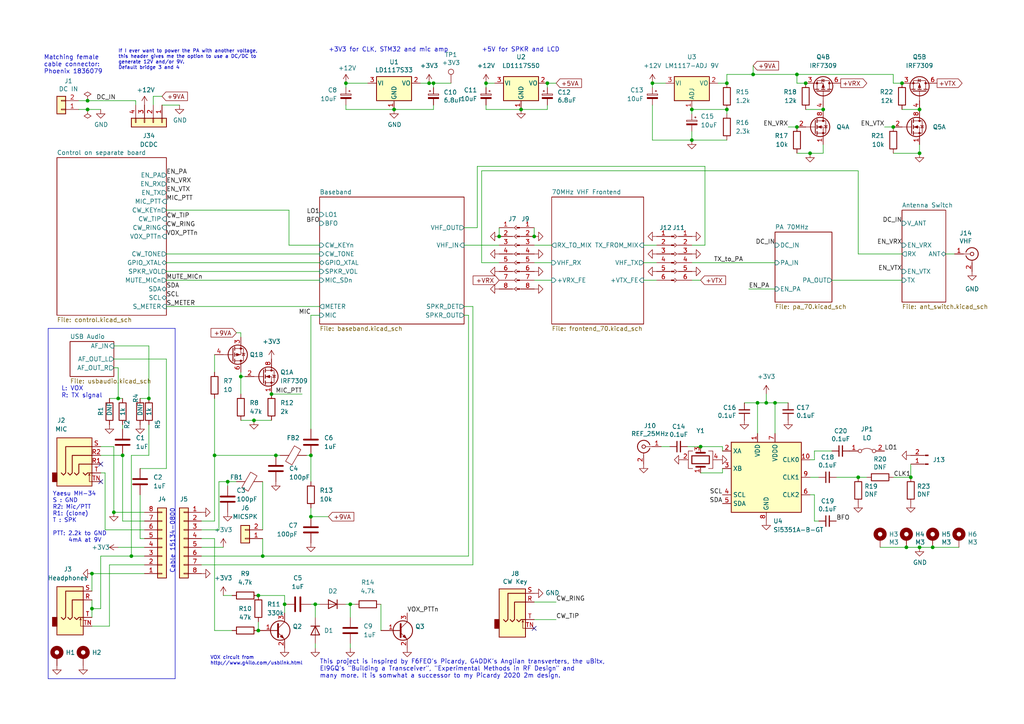
<source format=kicad_sch>
(kicad_sch (version 20230121) (generator eeschema)

  (uuid 7c83c304-769a-4be4-890e-297aba22b5b9)

  (paper "A4")

  (title_block
    (title "DART-70 TRX")
    (date "2023-03-09")
    (rev "0")
    (company "HB9EGM")
    (comment 1 "A 4m Band SSB/CW Transceiver")
  )

  

  (junction (at 222.25 116.84) (diameter 0) (color 0 0 0 0)
    (uuid 03889bb0-530a-4f17-942f-47bdd8c2143b)
  )
  (junction (at 74.93 182.88) (diameter 0) (color 0 0 0 0)
    (uuid 05f1488f-b95d-4647-953a-d2ec7eee61e9)
  )
  (junction (at 233.68 24.13) (diameter 0) (color 0 0 0 0)
    (uuid 0d713598-e0d7-4b64-806d-d27b5ae84128)
  )
  (junction (at 101.6 175.26) (diameter 0) (color 0 0 0 0)
    (uuid 0efaee8b-abcf-47a1-94ab-452bdfc4d10d)
  )
  (junction (at 248.92 138.43) (diameter 0) (color 0 0 0 0)
    (uuid 11ea7b85-b26d-4a7d-aaed-956352284452)
  )
  (junction (at 266.7 158.75) (diameter 0) (color 0 0 0 0)
    (uuid 130d74aa-cfde-4c45-8bfe-183aacd4590f)
  )
  (junction (at 266.7 44.45) (diameter 0) (color 0 0 0 0)
    (uuid 1379c036-b3e0-455b-b639-0f5dd015d03b)
  )
  (junction (at 210.82 24.13) (diameter 0) (color 0 0 0 0)
    (uuid 13b9a948-b29a-4475-8f42-f20ed3ed1c6a)
  )
  (junction (at 125.73 24.13) (diameter 0) (color 0 0 0 0)
    (uuid 1c29ab88-8089-4a9f-b0ec-e0493fb70d1a)
  )
  (junction (at 38.1 161.29) (diameter 0) (color 0 0 0 0)
    (uuid 2002fb77-6ce7-45e9-a078-9e559a07f8f6)
  )
  (junction (at 33.02 148.59) (diameter 0) (color 0 0 0 0)
    (uuid 20373015-10c5-40b5-a9be-5b6825114311)
  )
  (junction (at 231.14 36.83) (diameter 0) (color 0 0 0 0)
    (uuid 2c691037-8de1-4537-a0ef-41ed59613839)
  )
  (junction (at 200.66 31.75) (diameter 0) (color 0 0 0 0)
    (uuid 398ec90b-61af-4d36-9539-63397d126e21)
  )
  (junction (at 154.94 68.58) (diameter 0) (color 0 0 0 0)
    (uuid 3f2e667c-7f64-4e6d-b9b3-bdcde11173db)
  )
  (junction (at 62.23 132.08) (diameter 0) (color 0 0 0 0)
    (uuid 3faced87-a683-4722-a968-6c8f858b2a89)
  )
  (junction (at 210.82 31.75) (diameter 0) (color 0 0 0 0)
    (uuid 4242ccf2-3c4d-4a22-8247-2311c54121ff)
  )
  (junction (at 231.14 21.59) (diameter 0) (color 0 0 0 0)
    (uuid 4750ee37-26c3-426a-a03a-0a50ee4de791)
  )
  (junction (at 262.89 158.75) (diameter 0) (color 0 0 0 0)
    (uuid 48d3528f-d200-4dbf-87c6-2835721afb0e)
  )
  (junction (at 144.78 68.58) (diameter 0) (color 0 0 0 0)
    (uuid 49feb31b-fe70-4f82-99f6-3dbf467a2edc)
  )
  (junction (at 100.33 24.13) (diameter 0) (color 0 0 0 0)
    (uuid 547281cc-eb15-43de-9560-1b10e39a19ed)
  )
  (junction (at 91.44 175.26) (diameter 0) (color 0 0 0 0)
    (uuid 54fc4616-1350-49bf-925e-695b28bb395e)
  )
  (junction (at 238.76 31.75) (diameter 0) (color 0 0 0 0)
    (uuid 5591956a-807b-4208-83a4-6327422e118a)
  )
  (junction (at 26.67 176.53) (diameter 0) (color 0 0 0 0)
    (uuid 6b9394bd-5e58-42ea-a9a4-f58e854aea5c)
  )
  (junction (at 224.79 116.84) (diameter 0) (color 0 0 0 0)
    (uuid 7e67c67f-3a1d-491c-a9ea-d2c0b71576e9)
  )
  (junction (at 69.85 109.22) (diameter 0) (color 0 0 0 0)
    (uuid 8f8b4db5-ccfd-4760-89f5-ba5b4218d486)
  )
  (junction (at 259.08 36.83) (diameter 0) (color 0 0 0 0)
    (uuid 906f16af-3f1b-4545-bda0-18ebce89ce96)
  )
  (junction (at 140.97 24.13) (diameter 0) (color 0 0 0 0)
    (uuid 91bb5e66-90e9-4aff-b233-5b8d53e4ad1c)
  )
  (junction (at 124.46 24.13) (diameter 0) (color 0 0 0 0)
    (uuid 94eb2c38-e244-489c-ba32-44729ff54deb)
  )
  (junction (at 26.67 166.37) (diameter 0) (color 0 0 0 0)
    (uuid 9fb2ca3c-8612-4c01-a40b-6e7e5895a1a0)
  )
  (junction (at 189.23 24.13) (diameter 0) (color 0 0 0 0)
    (uuid a01cdcc4-8ed1-4b36-8702-1b68481a60d9)
  )
  (junction (at 200.66 40.64) (diameter 0) (color 0 0 0 0)
    (uuid a13e5fb2-5800-4421-9e39-63277f01a71d)
  )
  (junction (at 264.16 138.43) (diameter 0) (color 0 0 0 0)
    (uuid a9fed849-c0d2-45ff-802c-7da3e4c52c0a)
  )
  (junction (at 78.74 114.3) (diameter 0) (color 0 0 0 0)
    (uuid aad4a030-3461-4b1e-9322-ba1ad3ac5597)
  )
  (junction (at 25.4 29.21) (diameter 0) (color 0 0 0 0)
    (uuid adc5f7d1-bf98-4196-9716-012c4f4b6a0a)
  )
  (junction (at 114.3 31.75) (diameter 0) (color 0 0 0 0)
    (uuid b0c265f7-c716-45d5-8397-630db4d2cf65)
  )
  (junction (at 218.44 21.59) (diameter 0) (color 0 0 0 0)
    (uuid b48c282b-d280-4718-bf3a-caf683cb767c)
  )
  (junction (at 82.55 175.26) (diameter 0) (color 0 0 0 0)
    (uuid c004f84b-d700-424b-b84c-a145b0082928)
  )
  (junction (at 35.56 132.08) (diameter 0) (color 0 0 0 0)
    (uuid c1ab7d65-d6a4-4014-80e6-4813d19456de)
  )
  (junction (at 74.93 172.72) (diameter 0) (color 0 0 0 0)
    (uuid c53356f3-b76d-4e9b-819d-f464046dcdf2)
  )
  (junction (at 34.29 115.57) (diameter 0) (color 0 0 0 0)
    (uuid cfd0ce93-955b-4a4c-b9df-adb69c4364b8)
  )
  (junction (at 234.95 44.45) (diameter 0) (color 0 0 0 0)
    (uuid d26d0a63-c69d-4774-9fba-12ed686b99f6)
  )
  (junction (at 73.66 121.92) (diameter 0) (color 0 0 0 0)
    (uuid d44ecef8-311a-4d38-9013-95c8299ff6b2)
  )
  (junction (at 270.51 158.75) (diameter 0) (color 0 0 0 0)
    (uuid d4b4dbc7-e763-47b2-a6cb-b5c021db8bcc)
  )
  (junction (at 66.04 139.7) (diameter 0) (color 0 0 0 0)
    (uuid d4c3f5bf-47cb-4030-92b0-bec21d62f389)
  )
  (junction (at 25.4 31.75) (diameter 0) (color 0 0 0 0)
    (uuid d4fc8b6d-311c-464d-9e39-e6d9dd34ed03)
  )
  (junction (at 261.62 24.13) (diameter 0) (color 0 0 0 0)
    (uuid d531b677-92b2-4589-8265-ffb9f0a9f471)
  )
  (junction (at 80.01 132.08) (diameter 0) (color 0 0 0 0)
    (uuid d7ecc3d2-2b6e-4e36-92b9-1b58fb257359)
  )
  (junction (at 90.17 132.08) (diameter 0) (color 0 0 0 0)
    (uuid d9abc64c-b691-4ece-b128-4f1d7b31754f)
  )
  (junction (at 43.18 115.57) (diameter 0) (color 0 0 0 0)
    (uuid e9342213-9707-4d1c-a69f-a3da6fb99c7a)
  )
  (junction (at 158.75 24.13) (diameter 0) (color 0 0 0 0)
    (uuid eb69835d-9be6-45e6-b58c-d2902ddb8fb1)
  )
  (junction (at 266.7 31.75) (diameter 0) (color 0 0 0 0)
    (uuid eeabe6f1-2db7-4eed-bd0c-6e41b390284d)
  )
  (junction (at 90.17 149.86) (diameter 0) (color 0 0 0 0)
    (uuid ef105c45-a454-45c2-badb-d87d915177ef)
  )
  (junction (at 76.2 161.29) (diameter 0) (color 0 0 0 0)
    (uuid f4c650b7-943a-4c93-b622-c1362c969577)
  )
  (junction (at 219.71 116.84) (diameter 0) (color 0 0 0 0)
    (uuid f747ec33-420b-45bc-9778-b4604b083211)
  )
  (junction (at 151.13 31.75) (diameter 0) (color 0 0 0 0)
    (uuid f74be2ca-c140-4c85-937a-a008e4f4ddb7)
  )
  (junction (at 203.2 129.54) (diameter 0) (color 0 0 0 0)
    (uuid f8c9e2c3-818f-482b-ad48-f9fb56a455b0)
  )

  (no_connect (at 29.21 139.7) (uuid 891b06d0-7775-40c2-8d16-5452402b91d5))
  (no_connect (at 154.94 182.245) (uuid 9e56fb84-5b0b-47eb-9ee7-e24e7c08829b))
  (no_connect (at 29.21 134.62) (uuid b2135387-8c57-44ac-8ab3-29b54b43f871))

  (wire (pts (xy 25.4 31.75) (xy 29.21 31.75))
    (stroke (width 0) (type default))
    (uuid 002154dd-fd21-426e-8f51-d82382197384)
  )
  (wire (pts (xy 144.78 66.04) (xy 144.78 68.58))
    (stroke (width 0) (type default))
    (uuid 002bee17-761d-4946-b10f-f0b42371b19d)
  )
  (wire (pts (xy 90.17 132.08) (xy 90.17 139.7))
    (stroke (width 0) (type default))
    (uuid 008a59ee-36fb-4f36-a8b0-5cc99b1e8598)
  )
  (wire (pts (xy 248.92 73.66) (xy 261.62 73.66))
    (stroke (width 0) (type default))
    (uuid 0116339a-5f0d-4745-a575-44652fb7d9b0)
  )
  (wire (pts (xy 110.49 175.26) (xy 110.49 182.88))
    (stroke (width 0) (type default))
    (uuid 025ac572-24f4-4397-b69b-bade669b4c40)
  )
  (wire (pts (xy 83.82 71.12) (xy 83.82 60.96))
    (stroke (width 0) (type default))
    (uuid 04508b78-b957-4886-b3fa-3d951fb6452d)
  )
  (wire (pts (xy 236.22 133.35) (xy 234.95 133.35))
    (stroke (width 0) (type default))
    (uuid 05f6334e-7131-4999-b788-1681af60d6df)
  )
  (wire (pts (xy 218.44 21.59) (xy 210.82 21.59))
    (stroke (width 0) (type default))
    (uuid 09d1af20-c357-48ec-a10f-915c880f15b6)
  )
  (wire (pts (xy 158.75 24.13) (xy 158.75 25.4))
    (stroke (width 0) (type default))
    (uuid 09fbb099-19ff-4c9e-b717-ff9eedac992b)
  )
  (wire (pts (xy 140.97 30.48) (xy 140.97 31.75))
    (stroke (width 0) (type default))
    (uuid 0a3a19af-7bfa-4df3-9b73-b98420c4a518)
  )
  (wire (pts (xy 262.89 158.75) (xy 266.7 158.75))
    (stroke (width 0) (type default))
    (uuid 0aad0e8d-0747-412b-85ac-039bbac4ff5e)
  )
  (wire (pts (xy 266.7 41.91) (xy 266.7 44.45))
    (stroke (width 0) (type default))
    (uuid 0b3a2a48-0270-494e-962a-3658a00a0875)
  )
  (wire (pts (xy 222.25 116.84) (xy 224.79 116.84))
    (stroke (width 0) (type default))
    (uuid 0dd7a947-881a-4477-b1f8-b88536ca8809)
  )
  (wire (pts (xy 34.29 106.68) (xy 34.29 115.57))
    (stroke (width 0) (type default))
    (uuid 11438643-bdb5-4bc3-97cb-5cea25341657)
  )
  (wire (pts (xy 100.33 24.13) (xy 100.33 25.4))
    (stroke (width 0) (type default))
    (uuid 11b5652b-07d3-428f-98d5-c354cf3693b1)
  )
  (wire (pts (xy 140.97 31.75) (xy 151.13 31.75))
    (stroke (width 0) (type default))
    (uuid 160e3a4c-588b-4e79-ac75-f98bf80b7e0b)
  )
  (wire (pts (xy 22.86 31.75) (xy 25.4 31.75))
    (stroke (width 0) (type default))
    (uuid 174d3312-33d6-4bed-98f6-7ee988ce0253)
  )
  (wire (pts (xy 210.82 31.75) (xy 210.82 33.02))
    (stroke (width 0) (type default))
    (uuid 17fc291b-23f9-4de7-9168-978b13dcd03c)
  )
  (wire (pts (xy 63.5 153.67) (xy 63.5 139.7))
    (stroke (width 0) (type default))
    (uuid 1869a25a-7405-4101-9da6-55f7c1e87e39)
  )
  (wire (pts (xy 26.67 166.37) (xy 41.91 166.37))
    (stroke (width 0) (type default))
    (uuid 1bcf4a11-4c4f-42b8-9e84-ad79d97ffe8f)
  )
  (wire (pts (xy 69.85 96.52) (xy 68.58 96.52))
    (stroke (width 0) (type default))
    (uuid 1c42fb18-8951-420c-93b3-b390805a99ab)
  )
  (wire (pts (xy 76.2 156.21) (xy 76.2 161.29))
    (stroke (width 0) (type default))
    (uuid 1c9f0aaa-a7f3-4c99-ac2e-10f6713b49b4)
  )
  (wire (pts (xy 74.93 172.72) (xy 82.55 172.72))
    (stroke (width 0) (type default))
    (uuid 1d4132f7-1f35-449b-a4a4-451bd4dc48ab)
  )
  (wire (pts (xy 41.91 148.59) (xy 33.02 148.59))
    (stroke (width 0) (type default))
    (uuid 216cd782-5819-4b5e-931f-7587d15e2161)
  )
  (wire (pts (xy 82.55 177.8) (xy 82.55 175.26))
    (stroke (width 0) (type default))
    (uuid 219438ca-bd57-4fea-aeb4-810d77461a18)
  )
  (wire (pts (xy 193.04 24.13) (xy 189.23 24.13))
    (stroke (width 0) (type default))
    (uuid 2199bdfc-0462-4363-af5e-16d8e19d600a)
  )
  (polyline (pts (xy 13.97 95.25) (xy 50.8 95.25))
    (stroke (width 0) (type default))
    (uuid 246d8c70-0329-4f4d-9351-49df120458af)
  )

  (wire (pts (xy 73.66 121.92) (xy 78.74 121.92))
    (stroke (width 0) (type default))
    (uuid 25eb4e9a-a9bc-41d9-ba86-5c87b9db25c8)
  )
  (wire (pts (xy 100.33 24.13) (xy 106.68 24.13))
    (stroke (width 0) (type default))
    (uuid 28eca374-9b5c-4480-a1a6-52ddcbb57db2)
  )
  (wire (pts (xy 40.64 115.57) (xy 43.18 115.57))
    (stroke (width 0) (type default))
    (uuid 2a3464a0-2ccd-434c-8817-4d7a2f14c67a)
  )
  (wire (pts (xy 234.95 138.43) (xy 237.49 138.43))
    (stroke (width 0) (type default))
    (uuid 2a86319a-5a94-4745-ad80-6b5c02f72e82)
  )
  (wire (pts (xy 43.18 100.33) (xy 33.02 100.33))
    (stroke (width 0) (type default))
    (uuid 2da3100d-2e28-4a7b-925a-cb4dad81d852)
  )
  (wire (pts (xy 158.75 24.13) (xy 161.29 24.13))
    (stroke (width 0) (type default))
    (uuid 2ea38bc3-7d3b-428e-a271-404ee98e752b)
  )
  (wire (pts (xy 135.89 91.44) (xy 135.89 161.29))
    (stroke (width 0) (type default))
    (uuid 2f9b686c-0a8f-432b-9e90-c788e62691c6)
  )
  (wire (pts (xy 200.66 40.64) (xy 210.82 40.64))
    (stroke (width 0) (type default))
    (uuid 33f01d9a-6abc-40a9-9b6b-d34bddbf731f)
  )
  (wire (pts (xy 256.54 36.83) (xy 259.08 36.83))
    (stroke (width 0) (type default))
    (uuid 345987da-5aa5-4c5e-90e1-ddf0086ed5fb)
  )
  (wire (pts (xy 58.42 161.29) (xy 76.2 161.29))
    (stroke (width 0) (type default))
    (uuid 361f9eaf-2e29-4825-b35a-439064c6d2db)
  )
  (wire (pts (xy 91.44 175.26) (xy 92.71 175.26))
    (stroke (width 0) (type default))
    (uuid 36854e14-46fb-4279-bf79-0322ad1da42a)
  )
  (wire (pts (xy 62.23 102.87) (xy 62.23 107.95))
    (stroke (width 0) (type default))
    (uuid 3729b657-384d-440e-9b38-b75590f72741)
  )
  (wire (pts (xy 139.7 76.2) (xy 144.78 76.2))
    (stroke (width 0) (type default))
    (uuid 3a4811bf-b539-4978-b0d8-fe47f179161b)
  )
  (wire (pts (xy 67.31 172.72) (xy 64.77 172.72))
    (stroke (width 0) (type default))
    (uuid 3cddbb36-7343-44a2-9871-f6b2e73f7d17)
  )
  (wire (pts (xy 134.62 66.04) (xy 138.43 66.04))
    (stroke (width 0) (type default))
    (uuid 3ee41aac-558c-43a3-a816-e31001ae8352)
  )
  (wire (pts (xy 48.26 76.2) (xy 92.71 76.2))
    (stroke (width 0) (type default))
    (uuid 3eeccf02-360d-4377-89f3-2458946d5853)
  )
  (wire (pts (xy 62.23 156.21) (xy 62.23 182.88))
    (stroke (width 0) (type default))
    (uuid 401f2d1f-acc6-4e14-9963-49ecb3bd4627)
  )
  (wire (pts (xy 158.75 31.75) (xy 151.13 31.75))
    (stroke (width 0) (type default))
    (uuid 443127ca-ab31-4ac0-90cc-723625487807)
  )
  (wire (pts (xy 208.28 24.13) (xy 210.82 24.13))
    (stroke (width 0) (type default))
    (uuid 4435e8ff-b63e-4b32-81db-49caa0dd6c5f)
  )
  (wire (pts (xy 39.37 29.21) (xy 39.37 30.48))
    (stroke (width 0) (type default))
    (uuid 44c45697-09d8-4a17-b585-e296e1d04ddd)
  )
  (wire (pts (xy 69.85 107.95) (xy 69.85 109.22))
    (stroke (width 0) (type default))
    (uuid 469d1dea-56e9-4051-acba-b2ec5e9a2c33)
  )
  (wire (pts (xy 58.42 158.75) (xy 64.77 158.75))
    (stroke (width 0) (type default))
    (uuid 48a3ede4-2797-4e66-9278-9cd056144dbb)
  )
  (wire (pts (xy 62.23 115.57) (xy 62.23 132.08))
    (stroke (width 0) (type default))
    (uuid 496b1a5f-d49c-4515-8e6b-7fb584585bdd)
  )
  (polyline (pts (xy 50.8 95.25) (xy 50.8 196.85))
    (stroke (width 0) (type default))
    (uuid 4b105a5f-5ed5-49ae-8bb9-f1d8c5566b50)
  )

  (wire (pts (xy 210.82 21.59) (xy 210.82 24.13))
    (stroke (width 0) (type default))
    (uuid 4c57c394-f97c-4a0b-80d4-0b5157781c3b)
  )
  (wire (pts (xy 76.2 161.29) (xy 135.89 161.29))
    (stroke (width 0) (type default))
    (uuid 4d2c10b1-9329-409f-bc4d-94aebd58963e)
  )
  (wire (pts (xy 261.62 31.75) (xy 266.7 31.75))
    (stroke (width 0) (type default))
    (uuid 4d5acc98-17ff-4e60-af52-349a1269dddf)
  )
  (wire (pts (xy 139.7 49.53) (xy 139.7 76.2))
    (stroke (width 0) (type default))
    (uuid 4ecfe5c5-d7fc-4d05-be28-1ed42c507ec3)
  )
  (wire (pts (xy 219.71 116.84) (xy 222.25 116.84))
    (stroke (width 0) (type default))
    (uuid 5130484e-13a2-434f-935d-3be30d7a93c9)
  )
  (wire (pts (xy 52.07 30.48) (xy 46.99 30.48))
    (stroke (width 0) (type default))
    (uuid 52a4c7cc-f68a-4440-9f6c-bb0a81b342d0)
  )
  (wire (pts (xy 154.94 81.28) (xy 160.02 81.28))
    (stroke (width 0) (type default))
    (uuid 52d9d6dd-4266-418b-bf9a-446977053e6f)
  )
  (wire (pts (xy 29.21 161.29) (xy 29.21 176.53))
    (stroke (width 0) (type default))
    (uuid 53bb37bd-6ad6-430f-b5e5-21e40448d528)
  )
  (wire (pts (xy 29.21 176.53) (xy 26.67 176.53))
    (stroke (width 0) (type default))
    (uuid 568b5dd5-7629-4c3d-9388-eaa54c2762b1)
  )
  (wire (pts (xy 255.27 158.75) (xy 262.89 158.75))
    (stroke (width 0) (type default))
    (uuid 579d81c4-8fa6-40d5-b99a-d160787b45b9)
  )
  (wire (pts (xy 58.42 163.83) (xy 137.16 163.83))
    (stroke (width 0) (type default))
    (uuid 57be2951-306e-483f-b29a-c5289beae3a0)
  )
  (wire (pts (xy 58.42 153.67) (xy 63.5 153.67))
    (stroke (width 0) (type default))
    (uuid 58e4fb93-6235-473b-af92-bf79be065bda)
  )
  (wire (pts (xy 204.47 48.26) (xy 204.47 71.12))
    (stroke (width 0) (type default))
    (uuid 5a05460d-15bc-4058-86e6-a6bff5598db7)
  )
  (wire (pts (xy 218.44 19.05) (xy 218.44 21.59))
    (stroke (width 0) (type default))
    (uuid 5afca071-0542-406b-83f5-f8ed30e05c4c)
  )
  (wire (pts (xy 138.43 48.26) (xy 204.47 48.26))
    (stroke (width 0) (type default))
    (uuid 5c0ae8f2-fb0b-4cbf-bd78-f6131c18140d)
  )
  (wire (pts (xy 134.62 91.44) (xy 135.89 91.44))
    (stroke (width 0) (type default))
    (uuid 5c0d735a-ca1c-4202-8faf-02e515d1181f)
  )
  (wire (pts (xy 259.08 21.59) (xy 231.14 21.59))
    (stroke (width 0) (type default))
    (uuid 5ea05504-bb96-4847-90cf-26cb1afd4244)
  )
  (wire (pts (xy 91.44 175.26) (xy 91.44 179.07))
    (stroke (width 0) (type default))
    (uuid 5ed02c6b-f3b8-4641-86b2-3c4cac92a5b4)
  )
  (wire (pts (xy 101.6 186.69) (xy 101.6 187.96))
    (stroke (width 0) (type default))
    (uuid 5ed5b405-912e-49a2-adbb-ff35d95f4100)
  )
  (wire (pts (xy 76.2 139.7) (xy 76.2 153.67))
    (stroke (width 0) (type default))
    (uuid 601c5479-68c8-4d7c-bbde-860bd11a7597)
  )
  (wire (pts (xy 38.1 161.29) (xy 29.21 161.29))
    (stroke (width 0) (type default))
    (uuid 6062b414-90cb-4cef-839a-25d90087f1b4)
  )
  (wire (pts (xy 38.1 132.08) (xy 43.18 132.08))
    (stroke (width 0) (type default))
    (uuid 60d27bb0-faad-48a9-89c1-b059b592a640)
  )
  (wire (pts (xy 35.56 151.13) (xy 41.91 151.13))
    (stroke (width 0) (type default))
    (uuid 6123b0cd-d677-4963-a353-8d6b35692422)
  )
  (polyline (pts (xy 50.8 196.85) (xy 13.97 196.85))
    (stroke (width 0) (type default))
    (uuid 6188cf07-9c8d-498a-9db9-9718888dfe39)
  )

  (wire (pts (xy 124.46 24.13) (xy 125.73 24.13))
    (stroke (width 0) (type default))
    (uuid 63da3512-bd51-489d-833d-20bce6d76019)
  )
  (wire (pts (xy 241.3 130.81) (xy 236.22 130.81))
    (stroke (width 0) (type default))
    (uuid 64e90390-0f4c-4cc1-bafa-363ce23516e9)
  )
  (wire (pts (xy 236.22 151.13) (xy 236.22 143.51))
    (stroke (width 0) (type default))
    (uuid 65dd0601-a23d-4c5d-b924-966fc498cbfc)
  )
  (wire (pts (xy 238.76 44.45) (xy 234.95 44.45))
    (stroke (width 0) (type default))
    (uuid 67fd7240-7a2e-4504-8c70-47b3112c634e)
  )
  (wire (pts (xy 26.67 166.37) (xy 26.67 171.45))
    (stroke (width 0) (type default))
    (uuid 696f862b-a951-463f-ad29-011c067090d6)
  )
  (wire (pts (xy 48.26 104.14) (xy 33.02 104.14))
    (stroke (width 0) (type default))
    (uuid 699ac08c-f9a3-4116-bed2-dc98ffb5b3a1)
  )
  (wire (pts (xy 236.22 143.51) (xy 234.95 143.51))
    (stroke (width 0) (type default))
    (uuid 699bee8c-8bc3-4aa6-b4ed-0aa4d255078a)
  )
  (wire (pts (xy 38.1 161.29) (xy 38.1 132.08))
    (stroke (width 0) (type default))
    (uuid 6ac2f4eb-9300-4682-9dca-8ec36d45a0ab)
  )
  (wire (pts (xy 224.79 116.84) (xy 224.79 125.73))
    (stroke (width 0) (type default))
    (uuid 6b09c60c-c53b-47dd-b8b8-94f682cd2086)
  )
  (wire (pts (xy 58.42 151.13) (xy 62.23 151.13))
    (stroke (width 0) (type default))
    (uuid 6cc72bfd-2651-4e90-af42-5d6cec3950c1)
  )
  (wire (pts (xy 154.94 66.04) (xy 154.94 68.58))
    (stroke (width 0) (type default))
    (uuid 6d63f93a-5c70-4c67-8eef-6977db41fdd0)
  )
  (wire (pts (xy 26.67 173.99) (xy 26.67 176.53))
    (stroke (width 0) (type default))
    (uuid 7019dafb-64b4-4e22-837e-9f37341a0157)
  )
  (wire (pts (xy 48.26 78.74) (xy 92.71 78.74))
    (stroke (width 0) (type default))
    (uuid 73062404-be1b-4744-bd1e-9e3d624b8fb3)
  )
  (wire (pts (xy 66.04 139.7) (xy 68.58 139.7))
    (stroke (width 0) (type default))
    (uuid 735e33ba-0601-4acb-983d-1656020ec14e)
  )
  (wire (pts (xy 259.08 24.13) (xy 261.62 24.13))
    (stroke (width 0) (type default))
    (uuid 73697aae-1f79-401a-bdaa-9ebc2f2340de)
  )
  (wire (pts (xy 140.97 24.13) (xy 140.97 25.4))
    (stroke (width 0) (type default))
    (uuid 7471700d-9a5d-406e-b9fc-bdeed49379fa)
  )
  (wire (pts (xy 25.4 29.21) (xy 39.37 29.21))
    (stroke (width 0) (type default))
    (uuid 74760d5b-303c-4603-ac2e-6b5209546581)
  )
  (polyline (pts (xy 13.97 95.25) (xy 13.97 196.85))
    (stroke (width 0) (type default))
    (uuid 74e37401-14d3-4e3c-84ed-7ddb4d75b44f)
  )

  (wire (pts (xy 29.21 129.54) (xy 33.02 129.54))
    (stroke (width 0) (type default))
    (uuid 754f923b-5aa7-4d87-b589-d53346af6023)
  )
  (wire (pts (xy 62.23 182.88) (xy 67.31 182.88))
    (stroke (width 0) (type default))
    (uuid 77cc857c-e045-46ac-921a-7b86818ca625)
  )
  (wire (pts (xy 35.56 115.57) (xy 34.29 115.57))
    (stroke (width 0) (type default))
    (uuid 77f72719-5749-425e-bce5-65a592ff824f)
  )
  (wire (pts (xy 154.94 76.2) (xy 160.02 76.2))
    (stroke (width 0) (type default))
    (uuid 7887f659-7796-4d20-b8ec-45fe37db4d3b)
  )
  (wire (pts (xy 22.86 29.21) (xy 25.4 29.21))
    (stroke (width 0) (type default))
    (uuid 79aced1b-30d4-4883-86bf-8a38d664736a)
  )
  (wire (pts (xy 134.62 71.12) (xy 144.78 71.12))
    (stroke (width 0) (type default))
    (uuid 7b959fed-4370-4448-9d17-fbc4f5703c60)
  )
  (wire (pts (xy 31.75 115.57) (xy 34.29 115.57))
    (stroke (width 0) (type default))
    (uuid 7c8f4fb6-d76c-4fd6-89a0-af30aa8d7cb9)
  )
  (wire (pts (xy 242.57 138.43) (xy 248.92 138.43))
    (stroke (width 0) (type default))
    (uuid 7d4200e5-e280-4699-af56-048ba84247d3)
  )
  (wire (pts (xy 81.28 132.08) (xy 80.01 132.08))
    (stroke (width 0) (type default))
    (uuid 7fcd6903-4017-464e-a708-1e51b67dd39f)
  )
  (wire (pts (xy 90.17 149.86) (xy 95.25 149.86))
    (stroke (width 0) (type default))
    (uuid 816e41e9-8ef8-4e70-a70f-02175bdc97c4)
  )
  (wire (pts (xy 234.95 44.45) (xy 231.14 44.45))
    (stroke (width 0) (type default))
    (uuid 86c60f4b-4421-4865-beff-ed93adca8ac2)
  )
  (wire (pts (xy 186.69 76.2) (xy 190.5 76.2))
    (stroke (width 0) (type default))
    (uuid 89f5cd17-8501-4243-bc98-0e8a1aab3a95)
  )
  (wire (pts (xy 69.85 109.22) (xy 69.85 114.3))
    (stroke (width 0) (type default))
    (uuid 8a096409-910f-4b78-890d-9e8768ba72ab)
  )
  (wire (pts (xy 44.45 27.94) (xy 44.45 30.48))
    (stroke (width 0) (type default))
    (uuid 8b0c727f-7724-442d-bf29-3f7bed24720e)
  )
  (wire (pts (xy 237.49 151.13) (xy 236.22 151.13))
    (stroke (width 0) (type default))
    (uuid 8e0abe23-8e7e-48a9-af11-f26197bd8fbf)
  )
  (wire (pts (xy 74.93 180.34) (xy 74.93 182.88))
    (stroke (width 0) (type default))
    (uuid 8f1ab95b-1867-4005-8242-092f60cbfea5)
  )
  (wire (pts (xy 189.23 30.48) (xy 189.23 40.64))
    (stroke (width 0) (type default))
    (uuid 8f5c2a3a-b2da-434e-8810-9da52a5e413a)
  )
  (wire (pts (xy 29.21 132.08) (xy 35.56 132.08))
    (stroke (width 0) (type default))
    (uuid 8fe92221-afec-47ce-a89d-2a3cf937d9a2)
  )
  (wire (pts (xy 35.56 123.19) (xy 35.56 124.46))
    (stroke (width 0) (type default))
    (uuid 900073c8-27f0-4864-bec9-14e524ac2d69)
  )
  (wire (pts (xy 134.62 88.9) (xy 137.16 88.9))
    (stroke (width 0) (type default))
    (uuid 906c4fbb-4fdd-48c5-aa07-85c56299e46a)
  )
  (wire (pts (xy 90.17 147.32) (xy 90.17 149.86))
    (stroke (width 0) (type default))
    (uuid 91c438b1-678d-4a85-be0e-771bfbc58931)
  )
  (wire (pts (xy 233.68 31.75) (xy 238.76 31.75))
    (stroke (width 0) (type default))
    (uuid 92dfb53a-5556-47b1-8088-214aebbc803d)
  )
  (wire (pts (xy 92.71 91.44) (xy 90.17 91.44))
    (stroke (width 0) (type default))
    (uuid 935427ba-97bd-4319-b38c-51b473619c8a)
  )
  (wire (pts (xy 158.75 30.48) (xy 158.75 31.75))
    (stroke (width 0) (type default))
    (uuid 96e30a9c-78b6-4d1a-bc72-6cbdc7743876)
  )
  (wire (pts (xy 90.17 91.44) (xy 90.17 124.46))
    (stroke (width 0) (type default))
    (uuid 9792cf44-3261-4d9f-8ae0-31fdeec0dc70)
  )
  (wire (pts (xy 48.26 104.14) (xy 48.26 135.89))
    (stroke (width 0) (type default))
    (uuid 97d2bbd2-62fb-416d-98c5-fe5f0ab9820d)
  )
  (wire (pts (xy 35.56 151.13) (xy 35.56 132.08))
    (stroke (width 0) (type default))
    (uuid 98ea83ac-41c6-4b7d-be63-41372bbd6e24)
  )
  (wire (pts (xy 100.33 30.48) (xy 100.33 31.75))
    (stroke (width 0) (type default))
    (uuid 99f8394d-1325-4f0e-9ed0-19dceab6e1f9)
  )
  (wire (pts (xy 62.23 132.08) (xy 80.01 132.08))
    (stroke (width 0) (type default))
    (uuid 9c3d736f-f850-40b5-83bf-bf71ce2d8e7c)
  )
  (wire (pts (xy 186.69 71.12) (xy 190.5 71.12))
    (stroke (width 0) (type default))
    (uuid 9d00ede8-7480-44d8-b21e-d16dd17b75ac)
  )
  (wire (pts (xy 228.6 116.84) (xy 224.79 116.84))
    (stroke (width 0) (type default))
    (uuid 9d3a7a2b-8bae-4d82-8634-16a99f57e389)
  )
  (wire (pts (xy 33.02 129.54) (xy 33.02 148.59))
    (stroke (width 0) (type default))
    (uuid 9d5b6cd8-17f0-45de-b87b-5c8a0bd4db14)
  )
  (wire (pts (xy 228.6 36.83) (xy 231.14 36.83))
    (stroke (width 0) (type default))
    (uuid a057c374-c462-4764-bd16-2c00eef92afa)
  )
  (wire (pts (xy 48.26 81.28) (xy 92.71 81.28))
    (stroke (width 0) (type default))
    (uuid a1864b64-1865-4240-b098-5056fb759def)
  )
  (wire (pts (xy 154.94 174.625) (xy 161.29 174.625))
    (stroke (width 0) (type default))
    (uuid a1abde39-78d5-402d-bb1c-75243c61d29b)
  )
  (wire (pts (xy 222.25 114.3) (xy 222.25 116.84))
    (stroke (width 0) (type default))
    (uuid a39008b0-0dd6-44dc-b176-ab03b6874ae7)
  )
  (wire (pts (xy 274.32 73.66) (xy 276.86 73.66))
    (stroke (width 0) (type default))
    (uuid a43beeeb-0d60-44c9-bc6b-40c9e75459e8)
  )
  (wire (pts (xy 44.45 27.94) (xy 46.99 27.94))
    (stroke (width 0) (type default))
    (uuid a4b2f218-d493-4485-aa00-0dc37f00d501)
  )
  (wire (pts (xy 34.29 106.68) (xy 33.02 106.68))
    (stroke (width 0) (type default))
    (uuid a4b3b03c-531f-4aa0-9daa-5345dfa6fc41)
  )
  (wire (pts (xy 88.9 132.08) (xy 90.17 132.08))
    (stroke (width 0) (type default))
    (uuid a5f4f26e-4b82-496f-b7bb-4ed4211f8100)
  )
  (wire (pts (xy 100.33 31.75) (xy 114.3 31.75))
    (stroke (width 0) (type default))
    (uuid a69bb6f5-978b-49bb-9446-4ec9cfe4501e)
  )
  (wire (pts (xy 82.55 175.26) (xy 82.55 172.72))
    (stroke (width 0) (type default))
    (uuid a6baa060-c82d-461a-96f5-4f21d73265a4)
  )
  (wire (pts (xy 259.08 21.59) (xy 259.08 24.13))
    (stroke (width 0) (type default))
    (uuid a7349b87-3477-4ba5-bc62-3587f94ab817)
  )
  (wire (pts (xy 66.04 140.97) (xy 66.04 139.7))
    (stroke (width 0) (type default))
    (uuid a8d341ec-3332-4d82-8a1f-e52e32f564f1)
  )
  (wire (pts (xy 63.5 139.7) (xy 66.04 139.7))
    (stroke (width 0) (type default))
    (uuid a9276ad3-2500-44c6-895a-e842a0033021)
  )
  (wire (pts (xy 40.64 143.51) (xy 40.64 156.21))
    (stroke (width 0) (type default))
    (uuid a97e4f3d-f371-47f1-8ee9-cbe61c23c759)
  )
  (wire (pts (xy 30.48 153.67) (xy 30.48 137.16))
    (stroke (width 0) (type default))
    (uuid a99a526a-0727-4d5d-b793-47c299fd72ba)
  )
  (wire (pts (xy 69.85 97.79) (xy 69.85 96.52))
    (stroke (width 0) (type default))
    (uuid ab033de2-6886-4e4c-b9c3-21d6481b406d)
  )
  (wire (pts (xy 138.43 66.04) (xy 138.43 48.26))
    (stroke (width 0) (type default))
    (uuid ad195d4d-ed76-4a26-ac30-01da417bd64b)
  )
  (wire (pts (xy 69.85 109.22) (xy 71.12 109.22))
    (stroke (width 0) (type default))
    (uuid ad4538db-3731-4206-9c84-06101425be48)
  )
  (wire (pts (xy 231.14 21.59) (xy 218.44 21.59))
    (stroke (width 0) (type default))
    (uuid ad76707e-1f2e-4941-86a0-50951acd24bc)
  )
  (wire (pts (xy 91.44 186.69) (xy 91.44 187.96))
    (stroke (width 0) (type default))
    (uuid add05f6f-edf6-4631-b6b3-35897f9e8c7b)
  )
  (wire (pts (xy 189.23 40.64) (xy 200.66 40.64))
    (stroke (width 0) (type default))
    (uuid aed0a299-8aa6-4a50-b993-c38efe5fdd7a)
  )
  (wire (pts (xy 217.17 83.82) (xy 224.79 83.82))
    (stroke (width 0) (type default))
    (uuid b056317e-32ca-4f2d-b310-fc1492cc5060)
  )
  (wire (pts (xy 43.18 100.33) (xy 43.18 115.57))
    (stroke (width 0) (type default))
    (uuid b0cf214e-d0ed-484b-ba79-187612ebeeb9)
  )
  (wire (pts (xy 90.17 175.26) (xy 91.44 175.26))
    (stroke (width 0) (type default))
    (uuid b1a62f88-404d-483f-bb63-16c8188b4f3a)
  )
  (wire (pts (xy 189.23 24.13) (xy 189.23 25.4))
    (stroke (width 0) (type default))
    (uuid b1ea2466-2371-4b96-9289-6c42e0f0b899)
  )
  (wire (pts (xy 62.23 151.13) (xy 62.23 132.08))
    (stroke (width 0) (type default))
    (uuid b32653e4-7801-40ea-b61b-f0311c01d3b4)
  )
  (wire (pts (xy 266.7 44.45) (xy 259.08 44.45))
    (stroke (width 0) (type default))
    (uuid b5cbe891-dcdf-4951-8f0a-b2c28e4293cd)
  )
  (wire (pts (xy 58.42 156.21) (xy 62.23 156.21))
    (stroke (width 0) (type default))
    (uuid b66c197d-a987-4d64-bb63-7ddb1a72d7fd)
  )
  (wire (pts (xy 34.29 158.75) (xy 41.91 158.75))
    (stroke (width 0) (type default))
    (uuid ba048e1d-485f-4106-8eb8-8f2566ae855d)
  )
  (wire (pts (xy 101.6 175.26) (xy 102.87 175.26))
    (stroke (width 0) (type default))
    (uuid ba28163c-9ab2-44c5-b089-1433660941d6)
  )
  (wire (pts (xy 231.14 24.13) (xy 233.68 24.13))
    (stroke (width 0) (type default))
    (uuid bb78f99c-6783-4afe-a661-68817d4180ab)
  )
  (wire (pts (xy 236.22 130.81) (xy 236.22 133.35))
    (stroke (width 0) (type default))
    (uuid bcb20d96-4c0e-4c98-a263-0cdd41ab15e5)
  )
  (wire (pts (xy 200.66 38.1) (xy 200.66 40.64))
    (stroke (width 0) (type default))
    (uuid bda7a16e-b931-4d51-b769-ff5809beef5f)
  )
  (wire (pts (xy 48.26 60.96) (xy 83.82 60.96))
    (stroke (width 0) (type default))
    (uuid bfce1213-d511-4811-bc9d-beb994b8b9fe)
  )
  (wire (pts (xy 31.75 163.83) (xy 31.75 181.61))
    (stroke (width 0) (type default))
    (uuid c0738ee3-5ef6-48be-9a20-f10b8cdc3a6d)
  )
  (wire (pts (xy 41.91 161.29) (xy 38.1 161.29))
    (stroke (width 0) (type default))
    (uuid c12b5903-2f75-49c3-8332-69e02fb1aff7)
  )
  (wire (pts (xy 41.91 156.21) (xy 40.64 156.21))
    (stroke (width 0) (type default))
    (uuid c13eaffb-5c39-4e48-8c42-cc2bcee712b4)
  )
  (wire (pts (xy 219.71 116.84) (xy 219.71 125.73))
    (stroke (width 0) (type default))
    (uuid c24d03f2-5bff-4d74-88e5-481cd2f1e035)
  )
  (wire (pts (xy 264.16 138.43) (xy 264.16 134.62))
    (stroke (width 0) (type default))
    (uuid c48e879f-0b64-4f86-a8cf-003dbff29c4e)
  )
  (wire (pts (xy 248.92 49.53) (xy 248.92 73.66))
    (stroke (width 0) (type default))
    (uuid c4edda47-532d-4e95-9fc8-38bd0ed58dfb)
  )
  (wire (pts (xy 137.16 88.9) (xy 137.16 163.83))
    (stroke (width 0) (type default))
    (uuid c5747d63-7293-4c9e-a6a4-eaa0310e86ea)
  )
  (wire (pts (xy 186.69 81.28) (xy 190.5 81.28))
    (stroke (width 0) (type default))
    (uuid c64a6907-65ea-4d9f-8271-b12257b06b60)
  )
  (wire (pts (xy 251.46 138.43) (xy 248.92 138.43))
    (stroke (width 0) (type default))
    (uuid cbbfb5e5-7e85-4367-b6a7-9b21fc6d9e17)
  )
  (wire (pts (xy 139.7 49.53) (xy 248.92 49.53))
    (stroke (width 0) (type default))
    (uuid cbd19eae-411c-4ba9-9265-3a6ab1b93364)
  )
  (wire (pts (xy 203.2 137.16) (xy 209.55 137.16))
    (stroke (width 0) (type default))
    (uuid cc89f37d-2221-4ee8-a763-21432c733f93)
  )
  (wire (pts (xy 121.92 24.13) (xy 124.46 24.13))
    (stroke (width 0) (type default))
    (uuid cdc3b2bb-9f60-476c-ac94-bf550b6e7b5e)
  )
  (wire (pts (xy 238.76 41.91) (xy 238.76 44.45))
    (stroke (width 0) (type default))
    (uuid cdf8245b-2e03-441d-8536-8e14a3d0d2ff)
  )
  (wire (pts (xy 215.9 116.84) (xy 219.71 116.84))
    (stroke (width 0) (type default))
    (uuid ceb52c7a-a12c-449a-be98-109b3a3bd409)
  )
  (wire (pts (xy 41.91 163.83) (xy 31.75 163.83))
    (stroke (width 0) (type default))
    (uuid d1791382-8e9e-408d-8461-11f5ded4ad48)
  )
  (wire (pts (xy 203.2 81.28) (xy 200.66 81.28))
    (stroke (width 0) (type default))
    (uuid d3a84e57-57ed-4e86-bbef-110f27537e2d)
  )
  (wire (pts (xy 101.6 175.26) (xy 100.33 175.26))
    (stroke (width 0) (type default))
    (uuid d45f846b-c301-44d2-87d8-543fb71fc96f)
  )
  (wire (pts (xy 209.55 129.54) (xy 209.55 130.81))
    (stroke (width 0) (type default))
    (uuid d51dda35-7a1a-4d41-817a-7bb1f7f6ffd4)
  )
  (wire (pts (xy 125.73 24.13) (xy 130.81 24.13))
    (stroke (width 0) (type default))
    (uuid d525e71e-c2ed-4851-a87b-7438f67fb580)
  )
  (wire (pts (xy 266.7 158.75) (xy 270.51 158.75))
    (stroke (width 0) (type default))
    (uuid d5d26400-826e-40a5-a7b1-6a9ebbaedfb4)
  )
  (wire (pts (xy 204.47 71.12) (xy 200.66 71.12))
    (stroke (width 0) (type default))
    (uuid d6359d4b-1c12-4663-b116-45be3135a185)
  )
  (wire (pts (xy 241.3 81.28) (xy 261.62 81.28))
    (stroke (width 0) (type default))
    (uuid dd34928a-03c5-4a5d-a033-92155af70ac7)
  )
  (wire (pts (xy 140.97 24.13) (xy 143.51 24.13))
    (stroke (width 0) (type default))
    (uuid dd927172-6a9a-406f-a951-4e7f78cebb7b)
  )
  (wire (pts (xy 101.6 179.07) (xy 101.6 175.26))
    (stroke (width 0) (type default))
    (uuid df100a56-7392-493d-8b6e-86fc6143d01d)
  )
  (wire (pts (xy 270.51 158.75) (xy 278.13 158.75))
    (stroke (width 0) (type default))
    (uuid dfd58d9e-0c03-4a20-9983-0d32c26093d8)
  )
  (wire (pts (xy 29.21 137.16) (xy 30.48 137.16))
    (stroke (width 0) (type default))
    (uuid e0b9a722-e170-4302-a4fd-5e8753db7507)
  )
  (wire (pts (xy 26.67 176.53) (xy 26.67 179.07))
    (stroke (width 0) (type default))
    (uuid e13bdf92-8a8e-480a-979d-89eb54f62599)
  )
  (wire (pts (xy 30.48 153.67) (xy 41.91 153.67))
    (stroke (width 0) (type default))
    (uuid e14c95a1-54f8-45dd-a1c7-754772fa0aa1)
  )
  (wire (pts (xy 200.66 76.2) (xy 224.79 76.2))
    (stroke (width 0) (type default))
    (uuid e172e707-37ee-4eca-bafc-b341a9ceabaa)
  )
  (wire (pts (xy 48.26 88.9) (xy 92.71 88.9))
    (stroke (width 0) (type default))
    (uuid e1e720db-7dfc-41da-9ad4-b3768ff49c06)
  )
  (wire (pts (xy 114.3 31.75) (xy 125.73 31.75))
    (stroke (width 0) (type default))
    (uuid e264f0d9-6386-4838-a810-81df8032f681)
  )
  (wire (pts (xy 154.94 179.705) (xy 161.29 179.705))
    (stroke (width 0) (type default))
    (uuid e7ac32f0-5e71-4c65-ac6f-730f4731f5f7)
  )
  (wire (pts (xy 48.26 73.66) (xy 92.71 73.66))
    (stroke (width 0) (type default))
    (uuid e7fda734-bc52-4f7b-a47b-c1ec6d307d8f)
  )
  (wire (pts (xy 48.26 135.89) (xy 40.64 135.89))
    (stroke (width 0) (type default))
    (uuid e91dad84-d131-4d30-aeb9-ac5dff4b3633)
  )
  (wire (pts (xy 264.16 138.43) (xy 259.08 138.43))
    (stroke (width 0) (type default))
    (uuid ea6f4611-7eac-4b21-b232-fff65a738b95)
  )
  (wire (pts (xy 199.39 129.54) (xy 203.2 129.54))
    (stroke (width 0) (type default))
    (uuid ea97e745-2bac-4983-a78b-499e0f8d7b6d)
  )
  (wire (pts (xy 200.66 31.75) (xy 210.82 31.75))
    (stroke (width 0) (type default))
    (uuid eb9b3733-e4ec-4731-87f1-5f6fd8f11a68)
  )
  (wire (pts (xy 154.94 71.12) (xy 160.02 71.12))
    (stroke (width 0) (type default))
    (uuid ecfe8984-0282-4208-8f3d-aa8b3adb9dd8)
  )
  (wire (pts (xy 73.66 121.92) (xy 69.85 121.92))
    (stroke (width 0) (type default))
    (uuid f0e02b10-4b80-421d-bff9-70643e16b8eb)
  )
  (wire (pts (xy 83.82 71.12) (xy 92.71 71.12))
    (stroke (width 0) (type default))
    (uuid f22441fb-3978-4762-b6a3-6def4069e413)
  )
  (wire (pts (xy 194.31 129.54) (xy 191.77 129.54))
    (stroke (width 0) (type default))
    (uuid f38fd353-54b3-403a-9387-7ff36888e6a9)
  )
  (wire (pts (xy 203.2 129.54) (xy 209.55 129.54))
    (stroke (width 0) (type default))
    (uuid f7008c47-327e-4961-9c20-bbaf09b0d636)
  )
  (wire (pts (xy 209.55 137.16) (xy 209.55 135.89))
    (stroke (width 0) (type default))
    (uuid f841e691-04bf-4057-bcb4-476ba3910c05)
  )
  (wire (pts (xy 78.74 114.3) (xy 87.63 114.3))
    (stroke (width 0) (type default))
    (uuid fa65e259-7efa-4f51-bd0f-f4ac061edaac)
  )
  (wire (pts (xy 125.73 30.48) (xy 125.73 31.75))
    (stroke (width 0) (type default))
    (uuid fc244ca3-4412-44ac-b1f3-44d00d15b5ac)
  )
  (wire (pts (xy 200.66 31.75) (xy 200.66 33.02))
    (stroke (width 0) (type default))
    (uuid fc4a7459-1bb4-4226-8823-ec552cb8417e)
  )
  (wire (pts (xy 43.18 123.19) (xy 43.18 132.08))
    (stroke (width 0) (type default))
    (uuid fcd3e21a-290b-48f5-9d98-bf10da5f3f08)
  )
  (wire (pts (xy 231.14 21.59) (xy 231.14 24.13))
    (stroke (width 0) (type default))
    (uuid fe8a3f3f-3126-421d-b59c-37217ed6f49c)
  )
  (wire (pts (xy 125.73 24.13) (xy 125.73 25.4))
    (stroke (width 0) (type default))
    (uuid ffb99ea8-48c3-486c-94d4-7034e45d57f7)
  )
  (wire (pts (xy 31.75 181.61) (xy 26.67 181.61))
    (stroke (width 0) (type default))
    (uuid ffbbcbe6-15b0-480e-b792-9f7693fff52a)
  )

  (text "+5V for SPKR and LCD" (at 139.7 15.24 0)
    (effects (font (size 1.27 1.27)) (justify left bottom))
    (uuid 239d5a08-bfc0-4925-8e7a-6431dab8181d)
  )
  (text "If I ever want to power the PA with another voltage,\nthis header gives me the option to use a DC/DC to\ngenerate 12V and/or 9V.\nDefault bridge 3 and 4"
    (at 34.29 20.32 0)
    (effects (font (size 1 1)) (justify left bottom))
    (uuid 41a19900-8d74-4f0e-b76b-4b1dc61e847b)
  )
  (text "Matching female\ncable connector:\nPhoenix 1836079" (at 12.7 21.59 0)
    (effects (font (size 1.27 1.27)) (justify left bottom))
    (uuid 52ca1113-2d97-43cd-807d-891384288e72)
  )
  (text "L: VOX\nR: TX signal" (at 17.78 115.57 0)
    (effects (font (size 1.27 1.27)) (justify left bottom))
    (uuid 6805bd9b-5ca9-4111-bd9b-4e33a9cd871b)
  )
  (text "VOX circuit from\nhttp://www.g4ilo.com/usblink.html"
    (at 60.96 193.04 0)
    (effects (font (size 1 1)) (justify left bottom))
    (uuid 690337fc-9d51-4dcd-a71e-55c152ad9d3e)
  )
  (text "Cable 15134-0800" (at 50.8 166.37 90)
    (effects (font (size 1.27 1.27)) (justify left bottom))
    (uuid 79e801b2-3848-4600-8f04-05e4cce85305)
  )
  (text "Yaesu MH-34\nS : GND\nR2: Mic/PTT\nR1: (clone)\nT : SPK\n\nPTT: 2.2k to GND\n     4mA at 9V"
    (at 15.24 157.48 0)
    (effects (font (size 1.1938 1.1938)) (justify left bottom))
    (uuid aa6d67fe-cd8b-468d-8447-611ba063ffe2)
  )
  (text "This project is inspired by F6FEO's Picardy, G4DDK's Anglian transverters, the uBitx,\nEI9GQ's \"Building a Transceiver\", \"Experimental Methods in RF Design\" and\nmany more. It is somwhat a successor to my Picardy 2020 2m design."
    (at 92.71 196.85 0)
    (effects (font (size 1.27 1.27)) (justify left bottom))
    (uuid cc99dfff-7e1c-41c9-90b0-50846ceea0a1)
  )
  (text "+3V3 for CLK, STM32 and mic amp" (at 95.25 15.24 0)
    (effects (font (size 1.27 1.27)) (justify left bottom))
    (uuid fe3f7dc5-df73-4ed5-9e26-595b8cfa5333)
  )

  (label "DC_IN" (at 261.62 64.77 180) (fields_autoplaced)
    (effects (font (size 1.27 1.27)) (justify right bottom))
    (uuid 2a40ddbd-5ef0-484c-a18b-5aa2130a4eff)
  )
  (label "TX_to_PA" (at 207.01 76.2 0) (fields_autoplaced)
    (effects (font (size 1.27 1.27)) (justify left bottom))
    (uuid 2ec14e45-c498-4099-b6a7-ce1facd68046)
  )
  (label "CLK1" (at 264.16 138.43 180) (fields_autoplaced)
    (effects (font (size 1.27 1.27)) (justify right bottom))
    (uuid 37559495-9dfc-4a54-80ee-fad84f20dc2a)
  )
  (label "SCL" (at 48.26 86.36 0) (fields_autoplaced)
    (effects (font (size 1.27 1.27)) (justify left bottom))
    (uuid 38bd102f-633a-4953-97ad-13bc577149af)
  )
  (label "SDA" (at 209.55 146.05 180) (fields_autoplaced)
    (effects (font (size 1.27 1.27)) (justify right bottom))
    (uuid 3e13cb83-601f-443a-a951-e96035da31e7)
  )
  (label "VOX_PTTn" (at 48.26 68.58 0) (fields_autoplaced)
    (effects (font (size 1.27 1.27)) (justify left bottom))
    (uuid 3fa4b4e1-2aba-4d5e-b59b-221659fe8990)
  )
  (label "EN_VRX" (at 48.26 53.34 0) (fields_autoplaced)
    (effects (font (size 1.27 1.27)) (justify left bottom))
    (uuid 618621f8-a3f4-49c8-9ea3-607c2df3756e)
  )
  (label "EN_PA" (at 217.17 83.82 0) (fields_autoplaced)
    (effects (font (size 1.27 1.27)) (justify left bottom))
    (uuid 695fa56a-671a-410f-94f3-9b23856076c0)
  )
  (label "EN_VRX" (at 228.6 36.83 180) (fields_autoplaced)
    (effects (font (size 1.27 1.27)) (justify right bottom))
    (uuid 74e98b59-36d3-4473-ba99-34512b96da7c)
  )
  (label "EN_VRX" (at 261.62 71.12 180) (fields_autoplaced)
    (effects (font (size 1.27 1.27)) (justify right bottom))
    (uuid 7537a782-1763-460e-ae31-9f2f473dc4e4)
  )
  (label "CW_RING" (at 161.29 174.625 0) (fields_autoplaced)
    (effects (font (size 1.27 1.27)) (justify left bottom))
    (uuid 7906f11d-49c0-4b99-b74d-443c82e1ec6a)
  )
  (label "EN_VTX" (at 256.54 36.83 180) (fields_autoplaced)
    (effects (font (size 1.27 1.27)) (justify right bottom))
    (uuid 7957ec6f-092b-4f74-8906-c6f8588033da)
  )
  (label "EN_VTX" (at 48.26 55.88 0) (fields_autoplaced)
    (effects (font (size 1.27 1.27)) (justify left bottom))
    (uuid 79771a5b-bbc0-45e2-b3e2-33121a4ba792)
  )
  (label "EN_PA" (at 48.26 50.8 0) (fields_autoplaced)
    (effects (font (size 1.27 1.27)) (justify left bottom))
    (uuid 7fb50f03-b808-46bc-b2b1-573487406fd3)
  )
  (label "EN_VTX" (at 261.62 78.74 180) (fields_autoplaced)
    (effects (font (size 1.27 1.27)) (justify right bottom))
    (uuid 7fda7dc4-9567-46c1-8ddc-3b7b56718e35)
  )
  (label "CW_RING" (at 48.26 66.04 0) (fields_autoplaced)
    (effects (font (size 1.27 1.27)) (justify left bottom))
    (uuid 85e987f3-11f0-4e85-9be0-8c79e37e02ec)
  )
  (label "SDA" (at 48.26 83.82 0) (fields_autoplaced)
    (effects (font (size 1.27 1.27)) (justify left bottom))
    (uuid 861fa728-ad72-4a0e-81c5-e00ac8e2afd5)
  )
  (label "VOX_PTTn" (at 118.11 177.8 0) (fields_autoplaced)
    (effects (font (size 1.27 1.27)) (justify left bottom))
    (uuid 9363c12b-73ca-4764-9b94-bd625f6dc121)
  )
  (label "MIC_PTT" (at 87.63 114.3 180) (fields_autoplaced)
    (effects (font (size 1.27 1.27)) (justify right bottom))
    (uuid 999a6700-22eb-4836-86fc-2c4c3f94e081)
  )
  (label "MIC_PTT" (at 48.26 58.42 0) (fields_autoplaced)
    (effects (font (size 1.27 1.27)) (justify left bottom))
    (uuid 9a533855-32f3-454c-b9eb-791fa757c655)
  )
  (label "CW_TIP" (at 48.26 63.5 0) (fields_autoplaced)
    (effects (font (size 1.27 1.27)) (justify left bottom))
    (uuid 9d366296-47c6-47a8-b170-ad51354d17b9)
  )
  (label "MIC" (at 90.17 91.44 180) (fields_autoplaced)
    (effects (font (size 1.27 1.27)) (justify right bottom))
    (uuid a60b880d-79d5-4af9-b917-73bba79e19a9)
  )
  (label "S_METER" (at 48.26 88.9 0) (fields_autoplaced)
    (effects (font (size 1.27 1.27)) (justify left bottom))
    (uuid ae9e6037-71e8-40b8-9d18-52132b11e130)
  )
  (label "LO1" (at 256.54 130.81 0) (fields_autoplaced)
    (effects (font (size 1.27 1.27)) (justify left bottom))
    (uuid b1685444-7ed2-49f0-840b-5ade5d456940)
  )
  (label "DC_IN" (at 27.94 29.21 0) (fields_autoplaced)
    (effects (font (size 1.27 1.27)) (justify left bottom))
    (uuid c2e4511c-f28f-444e-a1ff-1494839f0f3d)
  )
  (label "MUTE_MICn" (at 48.26 81.28 0) (fields_autoplaced)
    (effects (font (size 1.27 1.27)) (justify left bottom))
    (uuid cb0bacd7-3cb4-4f05-90bb-6eac18befcbf)
  )
  (label "DC_IN" (at 224.79 71.12 180) (fields_autoplaced)
    (effects (font (size 1.27 1.27)) (justify right bottom))
    (uuid cc76c880-f2e7-4957-9a0f-50aa7f74f13f)
  )
  (label "LO1" (at 92.71 62.23 180) (fields_autoplaced)
    (effects (font (size 1.27 1.27)) (justify right bottom))
    (uuid cdac41f7-a7f2-4a3f-ba4b-bfc7d7f66152)
  )
  (label "BFO" (at 242.57 151.13 0) (fields_autoplaced)
    (effects (font (size 1.27 1.27)) (justify left bottom))
    (uuid e316d376-2303-43ce-9137-3f0af976260d)
  )
  (label "SCL" (at 209.55 143.51 180) (fields_autoplaced)
    (effects (font (size 1.27 1.27)) (justify right bottom))
    (uuid ee4f4482-0e91-4fc6-9eab-f13196efb328)
  )
  (label "CW_TIP" (at 161.29 179.705 0) (fields_autoplaced)
    (effects (font (size 1.27 1.27)) (justify left bottom))
    (uuid f1ca34a5-a3cd-4c57-9860-d136a96d83f6)
  )
  (label "BFO" (at 92.71 64.77 180) (fields_autoplaced)
    (effects (font (size 1.27 1.27)) (justify right bottom))
    (uuid f9d8824d-4312-4052-b7a4-29b601206a19)
  )

  (global_label "+9VA" (shape input) (at 46.99 27.94 0) (fields_autoplaced)
    (effects (font (size 1.27 1.27)) (justify left))
    (uuid 1b3ebcb2-389e-43ce-beec-11fd47880c25)
    (property "Intersheetrefs" "${INTERSHEET_REFS}" (at 54.3621 27.8606 0)
      (effects (font (size 1.27 1.27)) (justify left) hide)
    )
  )
  (global_label "+VTX" (shape output) (at 271.78 24.13 0) (fields_autoplaced)
    (effects (font (size 1.27 1.27)) (justify left))
    (uuid 5715d411-82bf-4ac6-9f8b-b918cd54b27e)
    (property "Intersheetrefs" "${INTERSHEET_REFS}" (at 279.0312 24.0506 0)
      (effects (font (size 1.27 1.27)) (justify left) hide)
    )
  )
  (global_label "+9VA" (shape input) (at 95.25 149.86 0) (fields_autoplaced)
    (effects (font (size 1.27 1.27)) (justify left))
    (uuid 6bdfb847-9880-4b1f-8fd6-0e3a4eccd64c)
    (property "Intersheetrefs" "${INTERSHEET_REFS}" (at 102.6221 149.9394 0)
      (effects (font (size 1.27 1.27)) (justify left) hide)
    )
  )
  (global_label "+VRX" (shape output) (at 243.84 24.13 0) (fields_autoplaced)
    (effects (font (size 1.27 1.27)) (justify left))
    (uuid 8e3e968b-49f3-4efb-92bd-f40737515307)
    (property "Intersheetrefs" "${INTERSHEET_REFS}" (at 251.3936 24.0506 0)
      (effects (font (size 1.27 1.27)) (justify left) hide)
    )
  )
  (global_label "+9VA" (shape input) (at 218.44 19.05 0) (fields_autoplaced)
    (effects (font (size 1.27 1.27)) (justify left))
    (uuid b3e01a68-c938-463c-b6ca-30fd22614c36)
    (property "Intersheetrefs" "${INTERSHEET_REFS}" (at 225.8121 18.9706 0)
      (effects (font (size 1.27 1.27)) (justify left) hide)
    )
  )
  (global_label "+VRX" (shape input) (at 144.78 81.28 180) (fields_autoplaced)
    (effects (font (size 1.27 1.27)) (justify right))
    (uuid c079eb78-08f6-43ae-9a6f-0e3c2c3038d0)
    (property "Intersheetrefs" "${INTERSHEET_REFS}" (at 137.2264 81.2006 0)
      (effects (font (size 1.27 1.27)) (justify right) hide)
    )
  )
  (global_label "+9VA" (shape input) (at 68.58 96.52 180) (fields_autoplaced)
    (effects (font (size 1.27 1.27)) (justify right))
    (uuid dbd0ed9a-743d-4c2b-b13f-8b06a78aceff)
    (property "Intersheetrefs" "${INTERSHEET_REFS}" (at 61.2079 96.4406 0)
      (effects (font (size 1.27 1.27)) (justify right) hide)
    )
  )
  (global_label "+VTX" (shape input) (at 203.2 81.28 0) (fields_autoplaced)
    (effects (font (size 1.27 1.27)) (justify left))
    (uuid deea0e94-1421-4e7b-b63a-98b53f765626)
    (property "Intersheetrefs" "${INTERSHEET_REFS}" (at 210.4512 81.2006 0)
      (effects (font (size 1.27 1.27)) (justify left) hide)
    )
  )
  (global_label "+5VA" (shape input) (at 161.29 24.13 0) (fields_autoplaced)
    (effects (font (size 1.27 1.27)) (justify left))
    (uuid f893aa0f-8cfb-41de-a86f-f149674614ad)
    (property "Intersheetrefs" "${INTERSHEET_REFS}" (at 168.6621 24.2094 0)
      (effects (font (size 1.27 1.27)) (justify left) hide)
    )
  )

  (symbol (lib_id "power:GND") (at 222.25 151.13 0) (unit 1)
    (in_bom yes) (on_board yes) (dnp no) (fields_autoplaced)
    (uuid 0061bfb4-595e-4a80-898a-aee5ad06fb23)
    (property "Reference" "#PWR053" (at 222.25 157.48 0)
      (effects (font (size 1.27 1.27)) hide)
    )
    (property "Value" "GND" (at 222.2499 154.94 90)
      (effects (font (size 1.27 1.27)) (justify right) hide)
    )
    (property "Footprint" "" (at 222.25 151.13 0)
      (effects (font (size 1.27 1.27)) hide)
    )
    (property "Datasheet" "" (at 222.25 151.13 0)
      (effects (font (size 1.27 1.27)) hide)
    )
    (pin "1" (uuid e68652d2-f355-48cb-9617-e4581e89486c))
    (instances
      (project "kicad-dart-70"
        (path "/7c83c304-769a-4be4-890e-297aba22b5b9"
          (reference "#PWR053") (unit 1)
        )
      )
    )
  )

  (symbol (lib_id "power:GND") (at 101.6 187.96 0) (unit 1)
    (in_bom yes) (on_board yes) (dnp no) (fields_autoplaced)
    (uuid 07c838eb-a24b-4013-bb3f-2502b2f07fa5)
    (property "Reference" "#PWR025" (at 101.6 194.31 0)
      (effects (font (size 1.27 1.27)) hide)
    )
    (property "Value" "GND" (at 101.727 191.2112 90)
      (effects (font (size 1.27 1.27)) (justify right) hide)
    )
    (property "Footprint" "" (at 101.6 187.96 0)
      (effects (font (size 1.27 1.27)) hide)
    )
    (property "Datasheet" "" (at 101.6 187.96 0)
      (effects (font (size 1.27 1.27)) hide)
    )
    (pin "1" (uuid eb167b89-0b9b-45e3-8639-c2e3ec46109e))
    (instances
      (project "kicad-dart-70"
        (path "/7c83c304-769a-4be4-890e-297aba22b5b9"
          (reference "#PWR025") (unit 1)
        )
      )
    )
  )

  (symbol (lib_name "CUI-SJ-43515TS-SMT_1") (lib_id "mpb:CUI-SJ-43515TS-SMT") (at 21.59 132.08 0) (unit 1)
    (in_bom yes) (on_board yes) (dnp no)
    (uuid 0c3d418e-6b9b-41d2-bfe3-e0fafdcc08df)
    (property "Reference" "J2" (at 17.78 121.92 0)
      (effects (font (size 1.27 1.27)))
    )
    (property "Value" "MIC" (at 17.78 124.46 0)
      (effects (font (size 1.27 1.27)))
    )
    (property "Footprint" "mpb:Jack_3.5mm_CUI_SJ-43515TS-SMT" (at 16.51 146.05 0)
      (effects (font (size 1.27 1.27)) hide)
    )
    (property "Datasheet" "https://www.mouser.ch/datasheet/2/670/sj_4351x_smt-1779337.pdf" (at 19.05 133.35 0)
      (effects (font (size 1.27 1.27)) hide)
    )
    (property "MPN" "SJ-43515TS-SMT-TR" (at 21.59 132.08 0)
      (effects (font (size 1.27 1.27)) hide)
    )
    (property "Need_order" "0" (at 21.59 132.08 0)
      (effects (font (size 1.27 1.27)) hide)
    )
    (pin "NC" (uuid 4a9ae459-917a-4e56-8550-a6e085fcb402))
    (pin "R1" (uuid b6b1f4a9-609f-40fb-86cb-75e53e708f1a))
    (pin "R2" (uuid ad04f755-0677-4e2e-877a-d2e2f3c1d776))
    (pin "S" (uuid d94a0a1d-24de-4760-a884-ab454c08e996))
    (pin "T" (uuid 706df1e6-f9b5-442a-9372-f462c30194f1))
    (pin "TN" (uuid 01525385-14b1-4fd0-a2ee-c26d8ec1982c))
    (instances
      (project "kicad-dart-70"
        (path "/7c83c304-769a-4be4-890e-297aba22b5b9"
          (reference "J2") (unit 1)
        )
      )
    )
  )

  (symbol (lib_id "power:GND") (at 90.17 157.48 0) (unit 1)
    (in_bom yes) (on_board yes) (dnp no) (fields_autoplaced)
    (uuid 0eddf3a3-680e-4189-b645-0f685f620bff)
    (property "Reference" "#PWR022" (at 90.17 163.83 0)
      (effects (font (size 1.27 1.27)) hide)
    )
    (property "Value" "GND" (at 90.297 160.7312 90)
      (effects (font (size 1.27 1.27)) (justify right) hide)
    )
    (property "Footprint" "" (at 90.17 157.48 0)
      (effects (font (size 1.27 1.27)) hide)
    )
    (property "Datasheet" "" (at 90.17 157.48 0)
      (effects (font (size 1.27 1.27)) hide)
    )
    (pin "1" (uuid 18cdbf1f-c81a-4e46-811e-86c4e8d65c42))
    (instances
      (project "kicad-dart-70"
        (path "/7c83c304-769a-4be4-890e-297aba22b5b9"
          (reference "#PWR022") (unit 1)
        )
      )
    )
  )

  (symbol (lib_id "Regulator_Linear:LD1117S50TR_SOT223") (at 151.13 24.13 0) (unit 1)
    (in_bom yes) (on_board yes) (dnp no) (fields_autoplaced)
    (uuid 0f599ab7-5a53-4f5a-bde7-fcef2e2841ee)
    (property "Reference" "U2" (at 151.13 16.51 0)
      (effects (font (size 1.27 1.27)))
    )
    (property "Value" "LD1117S50" (at 151.13 19.05 0)
      (effects (font (size 1.27 1.27)))
    )
    (property "Footprint" "Package_TO_SOT_SMD:SOT-223-3_TabPin2" (at 151.13 19.05 0)
      (effects (font (size 1.27 1.27)) hide)
    )
    (property "Datasheet" "/home/bram/Sync/Doc/Datasheet/ld1117.pdf" (at 153.67 30.48 0)
      (effects (font (size 1.27 1.27)) hide)
    )
    (property "MPN" "LD1117S50CTR" (at 151.13 24.13 0)
      (effects (font (size 1.27 1.27)) hide)
    )
    (property "Need_order" "0" (at 151.13 24.13 0)
      (effects (font (size 1.27 1.27)) hide)
    )
    (pin "1" (uuid 0799cfe9-f73f-428f-86e0-5df9fe4be1b8))
    (pin "2" (uuid 9a642b0f-f010-4ca9-8892-5ba6582f9da8))
    (pin "3" (uuid df79b4b0-7939-4714-b2e0-4a118371874f))
    (instances
      (project "kicad-dart-70"
        (path "/7c83c304-769a-4be4-890e-297aba22b5b9"
          (reference "U2") (unit 1)
        )
      )
    )
  )

  (symbol (lib_id "Transistor_FET:IRF7309IPBF") (at 266.7 26.67 270) (mirror x) (unit 2)
    (in_bom yes) (on_board yes) (dnp no) (fields_autoplaced)
    (uuid 0f9e322e-4eb7-4922-ac71-ef5dee3be07c)
    (property "Reference" "Q5" (at 266.7 16.51 90)
      (effects (font (size 1.27 1.27)))
    )
    (property "Value" "IRF7309" (at 266.7 19.05 90)
      (effects (font (size 1.27 1.27)))
    )
    (property "Footprint" "Package_SO:SOIC-8_3.9x4.9mm_P1.27mm" (at 264.795 21.59 0)
      (effects (font (size 1.27 1.27)) (justify left) hide)
    )
    (property "Datasheet" "/home/bram/Sync/Doc/Datasheet/IRF7309.pdf" (at 266.7 24.13 0)
      (effects (font (size 1.27 1.27)) (justify left) hide)
    )
    (property "MPN" "IRF7309TRPBF" (at 266.7 26.67 90)
      (effects (font (size 1.27 1.27)) hide)
    )
    (property "Need_order" "0" (at 266.7 26.67 90)
      (effects (font (size 1.27 1.27)) hide)
    )
    (pin "1" (uuid d98f2c33-a62f-4cf8-87a2-61168649f191))
    (pin "2" (uuid bdee35fb-588c-4510-94fc-9a9ca1702855))
    (pin "7" (uuid 4c5df834-caa7-40ab-8e75-6d6bbfd257bb))
    (pin "8" (uuid c1dec542-6b7e-4205-9ad8-759154cc29f3))
    (pin "3" (uuid cbbb70e3-b619-4409-8d4a-ad62e1e50a5b))
    (pin "4" (uuid b45eee31-c14b-46a9-a687-28af259b3327))
    (pin "5" (uuid 503b2915-4f08-4a72-b20e-de5bfb6ef5f6))
    (pin "6" (uuid d7fe3f76-600d-47da-9a99-5b56de4d82d0))
    (instances
      (project "kicad-dart-70"
        (path "/7c83c304-769a-4be4-890e-297aba22b5b9"
          (reference "Q5") (unit 2)
        )
      )
    )
  )

  (symbol (lib_id "power:GND") (at 266.7 44.45 0) (unit 1)
    (in_bom yes) (on_board yes) (dnp no) (fields_autoplaced)
    (uuid 11d72818-4927-476a-b663-3f411b19ea20)
    (property "Reference" "#PWR059" (at 266.7 50.8 0)
      (effects (font (size 1.27 1.27)) hide)
    )
    (property "Value" "GND" (at 266.827 47.6758 90)
      (effects (font (size 1.27 1.27)) (justify right) hide)
    )
    (property "Footprint" "" (at 266.7 44.45 0)
      (effects (font (size 1.27 1.27)) hide)
    )
    (property "Datasheet" "" (at 266.7 44.45 0)
      (effects (font (size 1.27 1.27)) hide)
    )
    (pin "1" (uuid a28057b0-f2c4-4c07-8fb9-f4a0591d782f))
    (instances
      (project "kicad-dart-70"
        (path "/7c83c304-769a-4be4-890e-297aba22b5b9"
          (reference "#PWR059") (unit 1)
        )
      )
    )
  )

  (symbol (lib_id "power:GND") (at 40.64 123.19 0) (unit 1)
    (in_bom yes) (on_board yes) (dnp no)
    (uuid 125abe82-75ee-430d-8478-56d138623c39)
    (property "Reference" "#PWR010" (at 40.64 129.54 0)
      (effects (font (size 1.27 1.27)) hide)
    )
    (property "Value" "GND" (at 40.767 126.4412 90)
      (effects (font (size 1.27 1.27)) (justify right) hide)
    )
    (property "Footprint" "" (at 40.64 123.19 0)
      (effects (font (size 1.27 1.27)) hide)
    )
    (property "Datasheet" "" (at 40.64 123.19 0)
      (effects (font (size 1.27 1.27)) hide)
    )
    (pin "1" (uuid 39203b49-1e2e-4715-9160-8ca66f84fa5d))
    (instances
      (project "kicad-dart-70"
        (path "/7c83c304-769a-4be4-890e-297aba22b5b9"
          (reference "#PWR010") (unit 1)
        )
      )
    )
  )

  (symbol (lib_id "power:GND") (at 151.13 31.75 0) (unit 1)
    (in_bom yes) (on_board yes) (dnp no) (fields_autoplaced)
    (uuid 13233ccb-dbda-49d8-8e78-7fd77705f9f4)
    (property "Reference" "#PWR034" (at 151.13 38.1 0)
      (effects (font (size 1.27 1.27)) hide)
    )
    (property "Value" "GND" (at 151.1299 35.56 90)
      (effects (font (size 1.27 1.27)) (justify right) hide)
    )
    (property "Footprint" "" (at 151.13 31.75 0)
      (effects (font (size 1.27 1.27)) hide)
    )
    (property "Datasheet" "" (at 151.13 31.75 0)
      (effects (font (size 1.27 1.27)) hide)
    )
    (pin "1" (uuid f116456c-df3c-4d92-866d-11a3627fad98))
    (instances
      (project "kicad-dart-70"
        (path "/7c83c304-769a-4be4-890e-297aba22b5b9"
          (reference "#PWR034") (unit 1)
        )
      )
    )
  )

  (symbol (lib_id "power:PWR_FLAG") (at 25.4 29.21 0) (unit 1)
    (in_bom yes) (on_board yes) (dnp no)
    (uuid 17f19d51-1d48-4b41-9e1f-1ae8f8799dc5)
    (property "Reference" "#FLG01" (at 25.4 27.305 0)
      (effects (font (size 1.27 1.27)) hide)
    )
    (property "Value" "PWR_FLAG" (at 25.4 25.9842 90)
      (effects (font (size 1.27 1.27)) (justify left) hide)
    )
    (property "Footprint" "" (at 25.4 29.21 0)
      (effects (font (size 1.27 1.27)) hide)
    )
    (property "Datasheet" "~" (at 25.4 29.21 0)
      (effects (font (size 1.27 1.27)) hide)
    )
    (pin "1" (uuid b075df74-cc2c-4cf8-b10c-4a6f9df277a3))
    (instances
      (project "kicad-dart-70"
        (path "/7c83c304-769a-4be4-890e-297aba22b5b9"
          (reference "#FLG01") (unit 1)
        )
      )
    )
  )

  (symbol (lib_id "Connector:Conn_01x06_Female") (at 195.58 73.66 0) (mirror y) (unit 1)
    (in_bom yes) (on_board yes) (dnp no)
    (uuid 1893251f-c974-415e-ba36-aaef9d141411)
    (property "Reference" "J11" (at 196.85 66.04 0)
      (effects (font (size 1.27 1.27)))
    )
    (property "Value" "Base to FE TX" (at 194.31 76.1999 0)
      (effects (font (size 1.27 1.27)) (justify left) hide)
    )
    (property "Footprint" "Connector_PinHeader_2.54mm:PinHeader_1x06_P2.54mm_Vertical" (at 195.58 73.66 0)
      (effects (font (size 1.27 1.27)) hide)
    )
    (property "Datasheet" "~" (at 195.58 73.66 0)
      (effects (font (size 1.27 1.27)) hide)
    )
    (property "MPN" "SSW-106-01-G-S" (at 195.58 73.66 0)
      (effects (font (size 1.27 1.27)) hide)
    )
    (property "Need_order" "0" (at 195.58 73.66 0)
      (effects (font (size 1.27 1.27)) hide)
    )
    (pin "1" (uuid 9c251404-05e1-4cf1-a81f-815c8fe7f464))
    (pin "2" (uuid 1b6b3d2b-8e61-402c-af16-116bda90df59))
    (pin "3" (uuid 29aeb1dc-c544-4387-bf2d-1b62b67f7a70))
    (pin "4" (uuid f852db38-9ba0-4d90-b17f-fa0281954d71))
    (pin "5" (uuid 7ef0e537-7b01-4e19-87e1-a16dfbc42e35))
    (pin "6" (uuid d1160803-a32c-496f-a342-d0bc7df057dd))
    (instances
      (project "kicad-dart-70"
        (path "/7c83c304-769a-4be4-890e-297aba22b5b9"
          (reference "J11") (unit 1)
        )
      )
    )
  )

  (symbol (lib_id "power:GND") (at 198.12 133.35 270) (unit 1)
    (in_bom yes) (on_board yes) (dnp no) (fields_autoplaced)
    (uuid 19e32315-e6a0-4957-a10d-0babc242f670)
    (property "Reference" "#PWR045" (at 191.77 133.35 0)
      (effects (font (size 1.27 1.27)) hide)
    )
    (property "Value" "GND" (at 194.31 133.3499 90)
      (effects (font (size 1.27 1.27)) (justify right) hide)
    )
    (property "Footprint" "" (at 198.12 133.35 0)
      (effects (font (size 1.27 1.27)) hide)
    )
    (property "Datasheet" "" (at 198.12 133.35 0)
      (effects (font (size 1.27 1.27)) hide)
    )
    (pin "1" (uuid a068742f-7f54-4cb0-baeb-1f106dbc7114))
    (instances
      (project "kicad-dart-70"
        (path "/7c83c304-769a-4be4-890e-297aba22b5b9"
          (reference "#PWR045") (unit 1)
        )
      )
    )
  )

  (symbol (lib_id "Connector_Generic:Conn_01x08") (at 53.34 156.21 0) (mirror y) (unit 1)
    (in_bom yes) (on_board yes) (dnp no) (fields_autoplaced)
    (uuid 1a279761-775d-41bf-87c4-f29c57f2fe7b)
    (property "Reference" "J5" (at 53.34 144.78 0)
      (effects (font (size 1.27 1.27)))
    )
    (property "Value" "CTRL2" (at 57.15 170.18 0)
      (effects (font (size 1.27 1.27)) (justify left) hide)
    )
    (property "Footprint" "Connector_Molex:Molex_PicoBlade_53261-0871_1x08-1MP_P1.25mm_Horizontal" (at 53.34 156.21 0)
      (effects (font (size 1.27 1.27)) hide)
    )
    (property "Datasheet" "~" (at 53.34 156.21 0)
      (effects (font (size 1.27 1.27)) hide)
    )
    (property "MPN" "53261-0871" (at 53.34 156.21 0)
      (effects (font (size 1.27 1.27)) hide)
    )
    (property "Manufacturer" "Molex" (at 53.34 156.21 0)
      (effects (font (size 1.27 1.27)) hide)
    )
    (property "Need_order" "0" (at 53.34 156.21 0)
      (effects (font (size 1.27 1.27)) hide)
    )
    (pin "1" (uuid fd613b86-2199-41ef-a22b-0a86dbc52b13))
    (pin "2" (uuid 90100f52-795a-46f5-91fc-3de2303f496e))
    (pin "3" (uuid 587e0489-6bc9-4a41-b310-345aa0599251))
    (pin "4" (uuid 2904bfda-3bac-4721-a68a-fd237887e270))
    (pin "5" (uuid b11bc816-d181-427a-a012-42423dd467b4))
    (pin "6" (uuid 27c3dc18-31f7-4c66-8bb9-8c0bdb9148d6))
    (pin "7" (uuid a012d1a0-ca55-42d4-8e61-cc91096ed6bf))
    (pin "8" (uuid 545f2b54-265a-44b4-8b57-91dcad202a56))
    (instances
      (project "kicad-dart-70"
        (path "/7c83c304-769a-4be4-890e-297aba22b5b9"
          (reference "J5") (unit 1)
        )
      )
    )
  )

  (symbol (lib_id "power:GND") (at 24.13 193.04 0) (unit 1)
    (in_bom yes) (on_board yes) (dnp no) (fields_autoplaced)
    (uuid 1ad3a6e3-867a-47b5-a48d-bbede01127c3)
    (property "Reference" "#PWR02" (at 24.13 199.39 0)
      (effects (font (size 1.27 1.27)) hide)
    )
    (property "Value" "GND" (at 24.1299 196.85 90)
      (effects (font (size 1.27 1.27)) (justify right) hide)
    )
    (property "Footprint" "" (at 24.13 193.04 0)
      (effects (font (size 1.27 1.27)) hide)
    )
    (property "Datasheet" "" (at 24.13 193.04 0)
      (effects (font (size 1.27 1.27)) hide)
    )
    (pin "1" (uuid 0be888f7-c0e4-4d95-93de-d1029e472cb2))
    (instances
      (project "kicad-dart-70"
        (path "/7c83c304-769a-4be4-890e-297aba22b5b9"
          (reference "#PWR02") (unit 1)
        )
      )
    )
  )

  (symbol (lib_id "power:GND") (at 154.94 73.66 90) (unit 1)
    (in_bom yes) (on_board yes) (dnp no) (fields_autoplaced)
    (uuid 1c545602-0a83-4400-a8ea-55365bf9c9ac)
    (property "Reference" "#PWR037" (at 161.29 73.66 0)
      (effects (font (size 1.27 1.27)) hide)
    )
    (property "Value" "GND" (at 158.75 73.6601 90)
      (effects (font (size 1.27 1.27)) (justify right) hide)
    )
    (property "Footprint" "" (at 154.94 73.66 0)
      (effects (font (size 1.27 1.27)) hide)
    )
    (property "Datasheet" "" (at 154.94 73.66 0)
      (effects (font (size 1.27 1.27)) hide)
    )
    (pin "1" (uuid 9c06a7e2-74ab-49b1-b502-a48237ae7774))
    (instances
      (project "kicad-dart-70"
        (path "/7c83c304-769a-4be4-890e-297aba22b5b9"
          (reference "#PWR037") (unit 1)
        )
      )
    )
  )

  (symbol (lib_id "Device:C_Small") (at 243.84 130.81 90) (unit 1)
    (in_bom yes) (on_board yes) (dnp no)
    (uuid 1f22f568-466b-4986-a14d-fd6fd88e1a92)
    (property "Reference" "C20" (at 243.84 124.9934 90)
      (effects (font (size 1.27 1.27)))
    )
    (property "Value" "0.1uF" (at 243.84 127.3048 90)
      (effects (font (size 1.27 1.27)))
    )
    (property "Footprint" "Capacitor_SMD:C_0603_1608Metric_Pad1.08x0.95mm_HandSolder" (at 243.84 130.81 0)
      (effects (font (size 1.27 1.27)) hide)
    )
    (property "Datasheet" "~" (at 243.84 130.81 0)
      (effects (font (size 1.27 1.27)) hide)
    )
    (property "MPN" "GRM188R71H104KA93D" (at 243.84 130.81 0)
      (effects (font (size 1.27 1.27)) hide)
    )
    (property "Need_order" "0" (at 243.84 130.81 0)
      (effects (font (size 1.27 1.27)) hide)
    )
    (pin "1" (uuid 8fabf0b6-bf9e-4449-bba3-d9b551e56598))
    (pin "2" (uuid 3784a66d-521d-4a8e-af7c-0c11a9705603))
    (instances
      (project "kicad-dart-70"
        (path "/7c83c304-769a-4be4-890e-297aba22b5b9"
          (reference "C20") (unit 1)
        )
      )
    )
  )

  (symbol (lib_id "Oscillator:Si5351A-B-GT") (at 222.25 138.43 0) (unit 1)
    (in_bom yes) (on_board yes) (dnp no) (fields_autoplaced)
    (uuid 21b72678-ff29-4b0c-910b-e8cac72cc05c)
    (property "Reference" "U4" (at 224.2694 151.13 0)
      (effects (font (size 1.27 1.27)) (justify left))
    )
    (property "Value" "Si5351A-B-GT" (at 224.2694 153.67 0)
      (effects (font (size 1.27 1.27)) (justify left))
    )
    (property "Footprint" "Package_SO:MSOP-10_3x3mm_P0.5mm" (at 222.25 158.75 0)
      (effects (font (size 1.27 1.27)) hide)
    )
    (property "Datasheet" "/home/bram/Sync/Doc/Datasheet/Si5351-B-1316636.pdf" (at 213.36 140.97 0)
      (effects (font (size 1.27 1.27)) hide)
    )
    (property "MPN" "Si5351A-B-GT" (at 222.25 138.43 0)
      (effects (font (size 1.27 1.27)) hide)
    )
    (property "Need_order" "0" (at 222.25 138.43 0)
      (effects (font (size 1.27 1.27)) hide)
    )
    (pin "1" (uuid 37ddf7ae-2fb0-4bba-9e77-0f14b9f3abc8))
    (pin "10" (uuid 0e4345a9-f908-4029-a0c6-352a6d6f74e2))
    (pin "2" (uuid 81683aef-4d22-4b74-87d6-4e0aae7316df))
    (pin "3" (uuid 3716f086-72e4-4820-9f4d-a2aa6817b89d))
    (pin "4" (uuid 3686fff4-6db1-4790-aa68-cd0dfe74238a))
    (pin "5" (uuid f4a3824a-1048-4060-936e-4ec3370c7965))
    (pin "6" (uuid 791b11cd-ebde-4cca-920c-34abbba025e3))
    (pin "7" (uuid 2709b76d-48d1-4a55-89e5-8584738a440f))
    (pin "8" (uuid eb634f5b-d996-405b-b6d0-39f6de663c26))
    (pin "9" (uuid 084ff32c-1d20-4730-a669-d359f0144400))
    (instances
      (project "kicad-dart-70"
        (path "/7c83c304-769a-4be4-890e-297aba22b5b9"
          (reference "U4") (unit 1)
        )
      )
    )
  )

  (symbol (lib_id "Transistor_FET:IRF7309IPBF") (at 264.16 36.83 0) (unit 1)
    (in_bom yes) (on_board yes) (dnp no) (fields_autoplaced)
    (uuid 21dc5152-a76d-46f4-892b-84fce05d5904)
    (property "Reference" "Q5" (at 270.51 36.8299 0)
      (effects (font (size 1.27 1.27)) (justify left))
    )
    (property "Value" "IRF7309" (at 270.51 38.0999 0)
      (effects (font (size 1.27 1.27)) (justify left) hide)
    )
    (property "Footprint" "Package_SO:SOIC-8_3.9x4.9mm_P1.27mm" (at 269.24 38.735 0)
      (effects (font (size 1.27 1.27)) (justify left) hide)
    )
    (property "Datasheet" "/home/bram/Sync/Doc/Datasheet/IRF7309.pdf" (at 266.7 36.83 0)
      (effects (font (size 1.27 1.27)) (justify left) hide)
    )
    (property "MPN" "IRF7309TRPBF" (at 264.16 36.83 0)
      (effects (font (size 1.27 1.27)) hide)
    )
    (property "Need_order" "0" (at 264.16 36.83 0)
      (effects (font (size 1.27 1.27)) hide)
    )
    (pin "1" (uuid d633523a-4c7c-4c48-a733-9cb8378181ce))
    (pin "2" (uuid dd8c3a6d-12a8-4655-8963-76b018438ea0))
    (pin "7" (uuid 280cbf02-cfb5-408d-a3af-9c504a62fdbe))
    (pin "8" (uuid 6dfb5df6-d222-43c5-9622-2ca6c50fbbd4))
    (pin "3" (uuid ba8cc049-c105-4de1-878b-b1dbe6de7d57))
    (pin "4" (uuid 4e37fb9e-80ab-4142-a214-915c8a797024))
    (pin "5" (uuid d21acb24-22d5-4f00-99de-a550b2e303b5))
    (pin "6" (uuid 97974bf9-8a18-4bae-af65-2a4432a530f7))
    (instances
      (project "kicad-dart-70"
        (path "/7c83c304-769a-4be4-890e-297aba22b5b9"
          (reference "Q5") (unit 1)
        )
      )
    )
  )

  (symbol (lib_id "Device:R") (at 248.92 142.24 0) (unit 1)
    (in_bom yes) (on_board yes) (dnp no)
    (uuid 2359bb52-c517-40a0-91cc-c52df5063959)
    (property "Reference" "R19" (at 250.698 141.0716 0)
      (effects (font (size 1.27 1.27)) (justify left))
    )
    (property "Value" "DNF" (at 250.698 143.383 0)
      (effects (font (size 1.27 1.27)) (justify left))
    )
    (property "Footprint" "Resistor_SMD:R_0603_1608Metric_Pad0.98x0.95mm_HandSolder" (at 247.142 142.24 90)
      (effects (font (size 1.27 1.27)) hide)
    )
    (property "Datasheet" "~" (at 248.92 142.24 0)
      (effects (font (size 1.27 1.27)) hide)
    )
    (property "Need_order" "0" (at 248.92 142.24 0)
      (effects (font (size 1.27 1.27)) hide)
    )
    (pin "1" (uuid ba9ee4ad-a586-469b-9b71-16552315d426))
    (pin "2" (uuid dc6404f1-f3e6-4f85-999e-64b57f65807f))
    (instances
      (project "kicad-dart-70"
        (path "/7c83c304-769a-4be4-890e-297aba22b5b9"
          (reference "R19") (unit 1)
        )
      )
    )
  )

  (symbol (lib_id "Mechanical:MountingHole_Pad") (at 24.13 190.5 0) (unit 1)
    (in_bom yes) (on_board yes) (dnp no)
    (uuid 2386625b-54f8-487e-bfbf-1b2d95025675)
    (property "Reference" "H2" (at 26.67 189.2554 0)
      (effects (font (size 1.27 1.27)) (justify left))
    )
    (property "Value" "M3" (at 26.67 191.5668 0)
      (effects (font (size 1.27 1.27)) (justify left) hide)
    )
    (property "Footprint" "MountingHole:MountingHole_3.2mm_M3_DIN965_Pad" (at 24.13 190.5 0)
      (effects (font (size 1.27 1.27)) hide)
    )
    (property "Datasheet" "~" (at 24.13 190.5 0)
      (effects (font (size 1.27 1.27)) hide)
    )
    (property "Need_order" "0" (at 24.13 190.5 0)
      (effects (font (size 1.27 1.27)) hide)
    )
    (pin "1" (uuid 9110dead-8254-432f-86d0-f8d8a47f8c7d))
    (instances
      (project "kicad-dart-70"
        (path "/7c83c304-769a-4be4-890e-297aba22b5b9"
          (reference "H2") (unit 1)
        )
      )
    )
  )

  (symbol (lib_id "power:GND") (at 200.66 78.74 90) (unit 1)
    (in_bom yes) (on_board yes) (dnp no) (fields_autoplaced)
    (uuid 23aa8159-9333-44cf-9b92-8391bbc9e6c1)
    (property "Reference" "#PWR049" (at 207.01 78.74 0)
      (effects (font (size 1.27 1.27)) hide)
    )
    (property "Value" "GND" (at 204.47 78.7401 90)
      (effects (font (size 1.27 1.27)) (justify right) hide)
    )
    (property "Footprint" "" (at 200.66 78.74 0)
      (effects (font (size 1.27 1.27)) hide)
    )
    (property "Datasheet" "" (at 200.66 78.74 0)
      (effects (font (size 1.27 1.27)) hide)
    )
    (pin "1" (uuid f04a084f-b616-4f80-924b-8efd3b06efcb))
    (instances
      (project "kicad-dart-70"
        (path "/7c83c304-769a-4be4-890e-297aba22b5b9"
          (reference "#PWR049") (unit 1)
        )
      )
    )
  )

  (symbol (lib_id "power:GND") (at 154.94 83.82 90) (unit 1)
    (in_bom yes) (on_board yes) (dnp no) (fields_autoplaced)
    (uuid 2409cf9f-4d93-48f0-a68d-c2011ada3731)
    (property "Reference" "#PWR039" (at 161.29 83.82 0)
      (effects (font (size 1.27 1.27)) hide)
    )
    (property "Value" "GND" (at 158.75 83.8201 90)
      (effects (font (size 1.27 1.27)) (justify right) hide)
    )
    (property "Footprint" "" (at 154.94 83.82 0)
      (effects (font (size 1.27 1.27)) hide)
    )
    (property "Datasheet" "" (at 154.94 83.82 0)
      (effects (font (size 1.27 1.27)) hide)
    )
    (pin "1" (uuid b1a37c8f-7c89-441c-8cdd-01fc6b78fe15))
    (instances
      (project "kicad-dart-70"
        (path "/7c83c304-769a-4be4-890e-297aba22b5b9"
          (reference "#PWR039") (unit 1)
        )
      )
    )
  )

  (symbol (lib_id "Device:C") (at 101.6 182.88 180) (unit 1)
    (in_bom yes) (on_board yes) (dnp no) (fields_autoplaced)
    (uuid 2b7bec20-2bec-4924-aa71-ddf09684649a)
    (property "Reference" "C9" (at 105.41 181.6099 0)
      (effects (font (size 1.27 1.27)) (justify right))
    )
    (property "Value" "1uF" (at 105.41 184.1499 0)
      (effects (font (size 1.27 1.27)) (justify right))
    )
    (property "Footprint" "Capacitor_SMD:C_0805_2012Metric_Pad1.18x1.45mm_HandSolder" (at 100.6348 179.07 0)
      (effects (font (size 1.27 1.27)) hide)
    )
    (property "Datasheet" "~" (at 101.6 182.88 0)
      (effects (font (size 1.27 1.27)) hide)
    )
    (property "MPN" "08055C105JAT2A" (at 101.6 182.88 0)
      (effects (font (size 1.27 1.27)) hide)
    )
    (property "Need_order" "0" (at 101.6 182.88 0)
      (effects (font (size 1.27 1.27)) hide)
    )
    (pin "1" (uuid f5286eb2-f2bc-43d7-8a35-6de3106352f5))
    (pin "2" (uuid 10f6b5f5-7c7c-4485-801c-5e29bf4ab022))
    (instances
      (project "kicad-dart-70"
        (path "/7c83c304-769a-4be4-890e-297aba22b5b9"
          (reference "C9") (unit 1)
        )
      )
    )
  )

  (symbol (lib_id "power:GND") (at 248.92 146.05 0) (unit 1)
    (in_bom yes) (on_board yes) (dnp no) (fields_autoplaced)
    (uuid 2d227704-dd6b-4539-9128-ea622c06a82c)
    (property "Reference" "#PWR056" (at 248.92 152.4 0)
      (effects (font (size 1.27 1.27)) hide)
    )
    (property "Value" "GND" (at 248.9199 149.86 90)
      (effects (font (size 1.27 1.27)) (justify right) hide)
    )
    (property "Footprint" "" (at 248.92 146.05 0)
      (effects (font (size 1.27 1.27)) hide)
    )
    (property "Datasheet" "" (at 248.92 146.05 0)
      (effects (font (size 1.27 1.27)) hide)
    )
    (pin "1" (uuid d8dfcc00-a7d0-4629-9d3e-8bdac249e9c3))
    (instances
      (project "kicad-dart-70"
        (path "/7c83c304-769a-4be4-890e-297aba22b5b9"
          (reference "#PWR056") (unit 1)
        )
      )
    )
  )

  (symbol (lib_id "power:GND") (at 154.94 172.085 90) (unit 1)
    (in_bom yes) (on_board yes) (dnp no)
    (uuid 2e57ce56-c4eb-4050-8401-ea63c1df3d56)
    (property "Reference" "#PWR035" (at 161.29 172.085 0)
      (effects (font (size 1.27 1.27)) hide)
    )
    (property "Value" "GND" (at 158.1912 171.958 90)
      (effects (font (size 1.27 1.27)) (justify right))
    )
    (property "Footprint" "" (at 154.94 172.085 0)
      (effects (font (size 1.27 1.27)) hide)
    )
    (property "Datasheet" "" (at 154.94 172.085 0)
      (effects (font (size 1.27 1.27)) hide)
    )
    (pin "1" (uuid a65714f0-b954-4763-b3ee-0d5a6232129c))
    (instances
      (project "kicad-dart-70"
        (path "/7c83c304-769a-4be4-890e-297aba22b5b9"
          (reference "#PWR035") (unit 1)
        )
      )
    )
  )

  (symbol (lib_id "power:GND") (at 66.04 148.59 0) (unit 1)
    (in_bom yes) (on_board yes) (dnp no)
    (uuid 312886f4-8712-40d4-a676-f837f4792ffc)
    (property "Reference" "#PWR017" (at 66.04 154.94 0)
      (effects (font (size 1.27 1.27)) hide)
    )
    (property "Value" "GND" (at 66.167 151.8412 90)
      (effects (font (size 1.27 1.27)) (justify right) hide)
    )
    (property "Footprint" "" (at 66.04 148.59 0)
      (effects (font (size 1.27 1.27)) hide)
    )
    (property "Datasheet" "" (at 66.04 148.59 0)
      (effects (font (size 1.27 1.27)) hide)
    )
    (pin "1" (uuid dcb7dd8f-aa90-424e-a4e8-2e5f7a0359cc))
    (instances
      (project "kicad-dart-70"
        (path "/7c83c304-769a-4be4-890e-297aba22b5b9"
          (reference "#PWR017") (unit 1)
        )
      )
    )
  )

  (symbol (lib_id "Device:R") (at 106.68 175.26 270) (unit 1)
    (in_bom yes) (on_board yes) (dnp no) (fields_autoplaced)
    (uuid 32d33abe-504e-48f4-bf09-1c3c14762ac4)
    (property "Reference" "R14" (at 106.68 168.91 90)
      (effects (font (size 1.27 1.27)))
    )
    (property "Value" "4.7k" (at 106.68 171.45 90)
      (effects (font (size 1.27 1.27)))
    )
    (property "Footprint" "Resistor_SMD:R_0603_1608Metric_Pad0.98x0.95mm_HandSolder" (at 106.68 173.482 90)
      (effects (font (size 1.27 1.27)) hide)
    )
    (property "Datasheet" "~" (at 106.68 175.26 0)
      (effects (font (size 1.27 1.27)) hide)
    )
    (property "Need_order" "0" (at 106.68 175.26 0)
      (effects (font (size 1.27 1.27)) hide)
    )
    (pin "1" (uuid 53de37ec-0aea-41e1-879d-fd499a267b9a))
    (pin "2" (uuid c8ae9c9e-0eda-44fc-9946-aeae15f5b35a))
    (instances
      (project "kicad-dart-70"
        (path "/7c83c304-769a-4be4-890e-297aba22b5b9"
          (reference "R14") (unit 1)
        )
      )
    )
  )

  (symbol (lib_id "Device:R") (at 210.82 27.94 0) (mirror y) (unit 1)
    (in_bom yes) (on_board yes) (dnp no) (fields_autoplaced)
    (uuid 3338c98b-9878-4216-b17a-ab25216ac911)
    (property "Reference" "R15" (at 213.36 26.6699 0)
      (effects (font (size 1.27 1.27)) (justify right))
    )
    (property "Value" "1.2k" (at 213.36 29.2099 0)
      (effects (font (size 1.27 1.27)) (justify right))
    )
    (property "Footprint" "Resistor_SMD:R_0603_1608Metric_Pad0.98x0.95mm_HandSolder" (at 212.598 27.94 90)
      (effects (font (size 1.27 1.27)) hide)
    )
    (property "Datasheet" "~" (at 210.82 27.94 0)
      (effects (font (size 1.27 1.27)) hide)
    )
    (property "Need_order" "0" (at 210.82 27.94 0)
      (effects (font (size 1.27 1.27)) hide)
    )
    (pin "1" (uuid 93d6719b-d3b8-4ae4-bcf6-d1910b8be51f))
    (pin "2" (uuid 0d38366b-4d83-452d-b0b7-4cacb9b22b8e))
    (instances
      (project "kicad-dart-70"
        (path "/7c83c304-769a-4be4-890e-297aba22b5b9"
          (reference "R15") (unit 1)
        )
      )
    )
  )

  (symbol (lib_id "Device:C_Small") (at 215.9 119.38 180) (unit 1)
    (in_bom yes) (on_board yes) (dnp no)
    (uuid 35f82547-5ee1-4384-9d87-cf5e2a8d5d62)
    (property "Reference" "C16" (at 213.5886 118.2116 0)
      (effects (font (size 1.27 1.27)) (justify left))
    )
    (property "Value" "0.1uF" (at 213.5886 120.523 0)
      (effects (font (size 1.27 1.27)) (justify left))
    )
    (property "Footprint" "Capacitor_SMD:C_0603_1608Metric_Pad1.08x0.95mm_HandSolder" (at 215.9 119.38 0)
      (effects (font (size 1.27 1.27)) hide)
    )
    (property "Datasheet" "~" (at 215.9 119.38 0)
      (effects (font (size 1.27 1.27)) hide)
    )
    (property "MPN" "GRM188R71H104KA93D" (at 215.9 119.38 0)
      (effects (font (size 1.27 1.27)) hide)
    )
    (property "Need_order" "0" (at 215.9 119.38 0)
      (effects (font (size 1.27 1.27)) hide)
    )
    (pin "1" (uuid 280086f9-0e32-41be-b3cd-bf2126b26695))
    (pin "2" (uuid 552da922-8eb6-4213-9f89-0553ddbd9cbf))
    (instances
      (project "kicad-dart-70"
        (path "/7c83c304-769a-4be4-890e-297aba22b5b9"
          (reference "C16") (unit 1)
        )
      )
    )
  )

  (symbol (lib_id "Device:R") (at 71.12 172.72 270) (unit 1)
    (in_bom yes) (on_board yes) (dnp no) (fields_autoplaced)
    (uuid 3633c84b-3b74-4366-b865-4576072d4bce)
    (property "Reference" "R9" (at 71.12 166.37 90)
      (effects (font (size 1.27 1.27)))
    )
    (property "Value" "4.7k" (at 71.12 168.91 90)
      (effects (font (size 1.27 1.27)))
    )
    (property "Footprint" "Resistor_SMD:R_0603_1608Metric_Pad0.98x0.95mm_HandSolder" (at 71.12 170.942 90)
      (effects (font (size 1.27 1.27)) hide)
    )
    (property "Datasheet" "~" (at 71.12 172.72 0)
      (effects (font (size 1.27 1.27)) hide)
    )
    (property "Need_order" "0" (at 71.12 172.72 0)
      (effects (font (size 1.27 1.27)) hide)
    )
    (pin "1" (uuid a848a8e5-cd09-4651-9b85-0ff1324e3b3f))
    (pin "2" (uuid 0455b034-20ff-4b28-9e30-f4ae661ee88f))
    (instances
      (project "kicad-dart-70"
        (path "/7c83c304-769a-4be4-890e-297aba22b5b9"
          (reference "R9") (unit 1)
        )
      )
    )
  )

  (symbol (lib_id "power:+12V") (at 140.97 24.13 0) (unit 1)
    (in_bom yes) (on_board yes) (dnp no) (fields_autoplaced)
    (uuid 38ed2bb6-2bf8-4250-9429-02ad9bdc260f)
    (property "Reference" "#PWR029" (at 140.97 27.94 0)
      (effects (font (size 1.27 1.27)) hide)
    )
    (property "Value" "+12V" (at 140.97 19.05 0)
      (effects (font (size 1.27 1.27)))
    )
    (property "Footprint" "" (at 140.97 24.13 0)
      (effects (font (size 1.27 1.27)) hide)
    )
    (property "Datasheet" "" (at 140.97 24.13 0)
      (effects (font (size 1.27 1.27)) hide)
    )
    (pin "1" (uuid b4079459-7c13-4eda-b564-7a953f02ead9))
    (instances
      (project "kicad-dart-70"
        (path "/7c83c304-769a-4be4-890e-297aba22b5b9"
          (reference "#PWR029") (unit 1)
        )
      )
    )
  )

  (symbol (lib_id "Transistor_FET:IRF7309IPBF") (at 236.22 36.83 0) (unit 1)
    (in_bom yes) (on_board yes) (dnp no) (fields_autoplaced)
    (uuid 3c658abd-97da-4150-a3ef-72862afb10be)
    (property "Reference" "Q4" (at 242.57 36.8299 0)
      (effects (font (size 1.27 1.27)) (justify left))
    )
    (property "Value" "IRF7309" (at 242.57 38.0999 0)
      (effects (font (size 1.27 1.27)) (justify left) hide)
    )
    (property "Footprint" "Package_SO:SOIC-8_3.9x4.9mm_P1.27mm" (at 241.3 38.735 0)
      (effects (font (size 1.27 1.27)) (justify left) hide)
    )
    (property "Datasheet" "/home/bram/Sync/Doc/Datasheet/IRF7309.pdf" (at 238.76 36.83 0)
      (effects (font (size 1.27 1.27)) (justify left) hide)
    )
    (property "MPN" "IRF7309TRPBF" (at 236.22 36.83 0)
      (effects (font (size 1.27 1.27)) hide)
    )
    (property "Need_order" "0" (at 236.22 36.83 0)
      (effects (font (size 1.27 1.27)) hide)
    )
    (pin "1" (uuid fee8b132-ee1f-40b5-95cd-0292a9d6b1ab))
    (pin "2" (uuid e3598abe-4c09-44d3-aa66-3273eacb7a2b))
    (pin "7" (uuid b443bfe1-1e6e-4f2a-8639-fc60b082edc7))
    (pin "8" (uuid 0e4e8dc2-35de-4988-8124-21ffc76f0d55))
    (pin "3" (uuid ba8cc049-c105-4de1-878b-b1dbe6de7d58))
    (pin "4" (uuid 4e37fb9e-80ab-4142-a214-915c8a797025))
    (pin "5" (uuid d21acb24-22d5-4f00-99de-a550b2e303b6))
    (pin "6" (uuid 97974bf9-8a18-4bae-af65-2a4432a530f8))
    (instances
      (project "kicad-dart-70"
        (path "/7c83c304-769a-4be4-890e-297aba22b5b9"
          (reference "Q4") (unit 1)
        )
      )
    )
  )

  (symbol (lib_id "power:GND") (at 52.07 30.48 0) (unit 1)
    (in_bom yes) (on_board yes) (dnp no)
    (uuid 3c753186-cf15-47a8-ad1e-b5643ac0f3f0)
    (property "Reference" "#PWR09" (at 52.07 36.83 0)
      (effects (font (size 1.27 1.27)) hide)
    )
    (property "Value" "GND" (at 52.197 34.8742 0)
      (effects (font (size 1.27 1.27)))
    )
    (property "Footprint" "" (at 52.07 30.48 0)
      (effects (font (size 1.27 1.27)) hide)
    )
    (property "Datasheet" "" (at 52.07 30.48 0)
      (effects (font (size 1.27 1.27)) hide)
    )
    (pin "1" (uuid 5cb806cc-240f-4c77-9b08-e14ec8353f7a))
    (instances
      (project "kicad-dart-70"
        (path "/7c83c304-769a-4be4-890e-297aba22b5b9"
          (reference "#PWR09") (unit 1)
        )
      )
    )
  )

  (symbol (lib_id "power:GND") (at 264.16 132.08 270) (unit 1)
    (in_bom yes) (on_board yes) (dnp no)
    (uuid 3d02c0a3-b8b5-4e87-ba3c-494fa274ccf7)
    (property "Reference" "#PWR057" (at 257.81 132.08 0)
      (effects (font (size 1.27 1.27)) hide)
    )
    (property "Value" "GND" (at 259.7658 132.207 0)
      (effects (font (size 1.27 1.27)) hide)
    )
    (property "Footprint" "" (at 264.16 132.08 0)
      (effects (font (size 1.27 1.27)) hide)
    )
    (property "Datasheet" "" (at 264.16 132.08 0)
      (effects (font (size 1.27 1.27)) hide)
    )
    (pin "1" (uuid 070bfb8f-f75f-4c0c-9eb1-a19eccf37225))
    (instances
      (project "kicad-dart-70"
        (path "/7c83c304-769a-4be4-890e-297aba22b5b9"
          (reference "#PWR057") (unit 1)
        )
      )
    )
  )

  (symbol (lib_id "Mechanical:MountingHole_Pad") (at 16.51 190.5 0) (unit 1)
    (in_bom yes) (on_board yes) (dnp no)
    (uuid 3e761852-2601-48bb-b98c-5ecbf88595f3)
    (property "Reference" "H1" (at 19.05 189.2554 0)
      (effects (font (size 1.27 1.27)) (justify left))
    )
    (property "Value" "M3" (at 19.05 191.5668 0)
      (effects (font (size 1.27 1.27)) (justify left) hide)
    )
    (property "Footprint" "MountingHole:MountingHole_3.2mm_M3_DIN965_Pad" (at 16.51 190.5 0)
      (effects (font (size 1.27 1.27)) hide)
    )
    (property "Datasheet" "~" (at 16.51 190.5 0)
      (effects (font (size 1.27 1.27)) hide)
    )
    (property "Need_order" "0" (at 16.51 190.5 0)
      (effects (font (size 1.27 1.27)) hide)
    )
    (pin "1" (uuid b947bcc3-5789-4f7e-b9dc-aa6bf7706d0f))
    (instances
      (project "kicad-dart-70"
        (path "/7c83c304-769a-4be4-890e-297aba22b5b9"
          (reference "H1") (unit 1)
        )
      )
    )
  )

  (symbol (lib_id "power:GND") (at 190.5 78.74 270) (unit 1)
    (in_bom yes) (on_board yes) (dnp no) (fields_autoplaced)
    (uuid 41484382-ed44-4d5c-bfb4-3a5beb3a1f27)
    (property "Reference" "#PWR044" (at 184.15 78.74 0)
      (effects (font (size 1.27 1.27)) hide)
    )
    (property "Value" "GND" (at 186.69 78.7399 90)
      (effects (font (size 1.27 1.27)) (justify right) hide)
    )
    (property "Footprint" "" (at 190.5 78.74 0)
      (effects (font (size 1.27 1.27)) hide)
    )
    (property "Datasheet" "" (at 190.5 78.74 0)
      (effects (font (size 1.27 1.27)) hide)
    )
    (pin "1" (uuid 8e1dec10-4376-46db-b6c3-c62375c3bec8))
    (instances
      (project "kicad-dart-70"
        (path "/7c83c304-769a-4be4-890e-297aba22b5b9"
          (reference "#PWR044") (unit 1)
        )
      )
    )
  )

  (symbol (lib_id "power:GND") (at 186.69 134.62 0) (unit 1)
    (in_bom yes) (on_board yes) (dnp no) (fields_autoplaced)
    (uuid 414a2acb-626c-415c-82b9-045b3122bac6)
    (property "Reference" "#PWR040" (at 186.69 140.97 0)
      (effects (font (size 1.27 1.27)) hide)
    )
    (property "Value" "GND" (at 186.6899 138.43 90)
      (effects (font (size 1.27 1.27)) (justify right) hide)
    )
    (property "Footprint" "" (at 186.69 134.62 0)
      (effects (font (size 1.27 1.27)) hide)
    )
    (property "Datasheet" "" (at 186.69 134.62 0)
      (effects (font (size 1.27 1.27)) hide)
    )
    (pin "1" (uuid 70d8d1c0-b8d3-4565-ba4e-89e02c1c47cf))
    (instances
      (project "kicad-dart-70"
        (path "/7c83c304-769a-4be4-890e-297aba22b5b9"
          (reference "#PWR040") (unit 1)
        )
      )
    )
  )

  (symbol (lib_id "Connector_Generic:Conn_01x02") (at 17.78 31.75 180) (unit 1)
    (in_bom yes) (on_board yes) (dnp no)
    (uuid 44dbcd68-1c29-402e-9f02-076fc9aba5aa)
    (property "Reference" "J1" (at 19.8628 23.495 0)
      (effects (font (size 1.27 1.27)))
    )
    (property "Value" "DC IN" (at 19.8628 25.8064 0)
      (effects (font (size 1.27 1.27)))
    )
    (property "Footprint" "Connector_Phoenix_MC_HighVoltage:PhoenixContact_MC_1,5_2-G-5.08_1x02_P5.08mm_Horizontal" (at 17.78 31.75 0)
      (effects (font (size 1.27 1.27)) hide)
    )
    (property "Datasheet" "~" (at 17.78 31.75 0)
      (effects (font (size 1.27 1.27)) hide)
    )
    (property "Need_order" "0" (at 17.78 31.75 0)
      (effects (font (size 1.27 1.27)) hide)
    )
    (property "MPN" "Phoenix 1836189 " (at 17.78 31.75 0)
      (effects (font (size 1.27 1.27)) hide)
    )
    (property "Description" "2-pin MC 1,5/ 2-G-5,08 male board connector, solder, 8A" (at 17.78 31.75 0)
      (effects (font (size 1.27 1.27)) hide)
    )
    (pin "1" (uuid f87909ac-a3fe-4329-8396-fbe516c207f2))
    (pin "2" (uuid 66910360-21d7-43f3-beba-64b68b790e81))
    (instances
      (project "kicad-dart-70"
        (path "/7c83c304-769a-4be4-890e-297aba22b5b9"
          (reference "J1") (unit 1)
        )
      )
    )
  )

  (symbol (lib_id "power:GND") (at 144.78 68.58 270) (unit 1)
    (in_bom yes) (on_board yes) (dnp no) (fields_autoplaced)
    (uuid 46d4b3e5-c923-45ce-aada-536ea5714b78)
    (property "Reference" "#PWR030" (at 138.43 68.58 0)
      (effects (font (size 1.27 1.27)) hide)
    )
    (property "Value" "GND" (at 140.97 68.5799 90)
      (effects (font (size 1.27 1.27)) (justify right) hide)
    )
    (property "Footprint" "" (at 144.78 68.58 0)
      (effects (font (size 1.27 1.27)) hide)
    )
    (property "Datasheet" "" (at 144.78 68.58 0)
      (effects (font (size 1.27 1.27)) hide)
    )
    (pin "1" (uuid 354ff9ca-9f5f-4d53-9526-3ba699b97053))
    (instances
      (project "kicad-dart-70"
        (path "/7c83c304-769a-4be4-890e-297aba22b5b9"
          (reference "#PWR030") (unit 1)
        )
      )
    )
  )

  (symbol (lib_id "Transistor_BJT:MMBT3904") (at 80.01 182.88 0) (unit 1)
    (in_bom yes) (on_board yes) (dnp no)
    (uuid 475640cd-56d9-4eed-b63a-f6936babb961)
    (property "Reference" "Q2" (at 84.8614 181.7116 0)
      (effects (font (size 1.27 1.27)) (justify left))
    )
    (property "Value" "MMBT3904" (at 84.8614 184.023 0)
      (effects (font (size 1.27 1.27)) (justify left) hide)
    )
    (property "Footprint" "Package_TO_SOT_SMD:SOT-23" (at 85.09 184.785 0)
      (effects (font (size 1.27 1.27) italic) (justify left) hide)
    )
    (property "Datasheet" "/home/bram/Sync/Doc/Datasheet/MMBT3904LT1-D.pdf" (at 80.01 182.88 0)
      (effects (font (size 1.27 1.27)) (justify left) hide)
    )
    (property "MPN" "MMBT3904,215" (at 80.01 182.88 0)
      (effects (font (size 1.27 1.27)) hide)
    )
    (property "Need_order" "0" (at 80.01 182.88 0)
      (effects (font (size 1.27 1.27)) hide)
    )
    (pin "1" (uuid f906dce1-8002-4f44-a274-e2360395cafb))
    (pin "2" (uuid 67d9b4b2-9c0b-4762-b9b3-f2662b599e7d))
    (pin "3" (uuid 416cfccd-a129-4793-a75c-cfc5f4fa40ca))
    (instances
      (project "kicad-dart-70"
        (path "/7c83c304-769a-4be4-890e-297aba22b5b9"
          (reference "Q2") (unit 1)
        )
      )
    )
  )

  (symbol (lib_id "Device:C_Small") (at 240.03 151.13 90) (unit 1)
    (in_bom yes) (on_board yes) (dnp no)
    (uuid 4bd65841-7f6a-4f26-bc87-266b63332476)
    (property "Reference" "C19" (at 240.03 145.3134 90)
      (effects (font (size 1.27 1.27)))
    )
    (property "Value" "0.1uF" (at 240.03 147.6248 90)
      (effects (font (size 1.27 1.27)))
    )
    (property "Footprint" "Capacitor_SMD:C_0603_1608Metric_Pad1.08x0.95mm_HandSolder" (at 240.03 151.13 0)
      (effects (font (size 1.27 1.27)) hide)
    )
    (property "Datasheet" "~" (at 240.03 151.13 0)
      (effects (font (size 1.27 1.27)) hide)
    )
    (property "MPN" "GRM188R71H104KA93D" (at 240.03 151.13 0)
      (effects (font (size 1.27 1.27)) hide)
    )
    (property "Need_order" "0" (at 240.03 151.13 0)
      (effects (font (size 1.27 1.27)) hide)
    )
    (pin "1" (uuid d4c7a479-372b-4302-844a-01fce246f805))
    (pin "2" (uuid f480cd12-f699-4529-ad30-1b027180f0be))
    (instances
      (project "kicad-dart-70"
        (path "/7c83c304-769a-4be4-890e-297aba22b5b9"
          (reference "C19") (unit 1)
        )
      )
    )
  )

  (symbol (lib_id "Device:C") (at 35.56 128.27 0) (unit 1)
    (in_bom yes) (on_board yes) (dnp no) (fields_autoplaced)
    (uuid 4ccc61e0-a10e-4ad6-9d6f-b549a6b8c914)
    (property "Reference" "C1" (at 39.37 126.9999 0)
      (effects (font (size 1.27 1.27)) (justify left))
    )
    (property "Value" "1uF" (at 39.37 129.5399 0)
      (effects (font (size 1.27 1.27)) (justify left))
    )
    (property "Footprint" "Capacitor_SMD:C_0805_2012Metric_Pad1.18x1.45mm_HandSolder" (at 36.5252 132.08 0)
      (effects (font (size 1.27 1.27)) hide)
    )
    (property "Datasheet" "~" (at 35.56 128.27 0)
      (effects (font (size 1.27 1.27)) hide)
    )
    (property "MPN" "08055C105JAT2A" (at 35.56 128.27 0)
      (effects (font (size 1.27 1.27)) hide)
    )
    (property "Need_order" "0" (at 35.56 128.27 0)
      (effects (font (size 1.27 1.27)) hide)
    )
    (pin "1" (uuid 144e07f9-1e3a-4725-a4f7-2a2bf89bd1cb))
    (pin "2" (uuid a5f6de73-898f-448b-8ec7-87f56c224b81))
    (instances
      (project "kicad-dart-70"
        (path "/7c83c304-769a-4be4-890e-297aba22b5b9"
          (reference "C1") (unit 1)
        )
      )
    )
  )

  (symbol (lib_id "power:+3V3") (at 64.77 158.75 0) (unit 1)
    (in_bom yes) (on_board yes) (dnp no)
    (uuid 4d3deb7f-8b9b-4ab5-ad19-ad1c1baefe9f)
    (property "Reference" "#PWR015" (at 64.77 162.56 0)
      (effects (font (size 1.27 1.27)) hide)
    )
    (property "Value" "+3V3" (at 64.77 153.67 0)
      (effects (font (size 1.27 1.27)))
    )
    (property "Footprint" "" (at 64.77 158.75 0)
      (effects (font (size 1.27 1.27)) hide)
    )
    (property "Datasheet" "" (at 64.77 158.75 0)
      (effects (font (size 1.27 1.27)) hide)
    )
    (pin "1" (uuid 36321281-2432-4227-8d24-7fff57547834))
    (instances
      (project "kicad-dart-70"
        (path "/7c83c304-769a-4be4-890e-297aba22b5b9"
          (reference "#PWR015") (unit 1)
        )
      )
    )
  )

  (symbol (lib_id "Device:C") (at 80.01 135.89 0) (unit 1)
    (in_bom yes) (on_board yes) (dnp no)
    (uuid 4e03ddfb-854b-46fd-bd1b-80492e60dc9b)
    (property "Reference" "C4" (at 83.82 135.89 0)
      (effects (font (size 1.27 1.27)) (justify left))
    )
    (property "Value" "100pF" (at 83.82 138.43 0)
      (effects (font (size 1.27 1.27)) (justify left))
    )
    (property "Footprint" "Capacitor_SMD:C_0805_2012Metric_Pad1.18x1.45mm_HandSolder" (at 80.9752 139.7 0)
      (effects (font (size 1.27 1.27)) hide)
    )
    (property "Datasheet" "~" (at 80.01 135.89 0)
      (effects (font (size 1.27 1.27)) hide)
    )
    (property "MPN" "VJ0805A101GXXCBC" (at 80.01 135.89 0)
      (effects (font (size 1.27 1.27)) hide)
    )
    (property "Need_order" "0" (at 80.01 135.89 0)
      (effects (font (size 1.27 1.27)) hide)
    )
    (property "OriginalValue" "" (at 80.01 135.89 0)
      (effects (font (size 1.27 1.27)) hide)
    )
    (pin "1" (uuid c78520a7-7524-4249-83cb-7612c8f8debb))
    (pin "2" (uuid 6c26ca2b-b655-4209-99a5-3299a114027b))
    (instances
      (project "kicad-dart-70"
        (path "/7c83c304-769a-4be4-890e-297aba22b5b9"
          (reference "C4") (unit 1)
        )
      )
    )
  )

  (symbol (lib_id "Device:C_Polarized_Small") (at 125.73 27.94 0) (unit 1)
    (in_bom yes) (on_board yes) (dnp no)
    (uuid 4f85864b-dffa-48c5-a3ea-03c083def1f8)
    (property "Reference" "C10" (at 128.651 26.7716 0)
      (effects (font (size 1.27 1.27)) (justify left))
    )
    (property "Value" "6.8uF" (at 128.651 29.083 0)
      (effects (font (size 1.27 1.27)) (justify left))
    )
    (property "Footprint" "Capacitor_SMD:C_1210_3225Metric_Pad1.33x2.70mm_HandSolder" (at 125.73 27.94 0)
      (effects (font (size 1.27 1.27)) hide)
    )
    (property "Datasheet" "~" (at 125.73 27.94 0)
      (effects (font (size 1.27 1.27)) hide)
    )
    (property "MPN" "stash tantalum" (at 125.73 27.94 0)
      (effects (font (size 1.27 1.27)) hide)
    )
    (property "Need_order" "0" (at 125.73 27.94 0)
      (effects (font (size 1.27 1.27)) hide)
    )
    (property "OriginalValue" "" (at 125.73 27.94 0)
      (effects (font (size 1.27 1.27)) hide)
    )
    (pin "1" (uuid 0e42e104-dcdc-406d-98c2-e11733a0f186))
    (pin "2" (uuid 1b475c61-5ed3-4f7a-a844-4a29a578ad64))
    (instances
      (project "kicad-dart-70"
        (path "/7c83c304-769a-4be4-890e-297aba22b5b9"
          (reference "C10") (unit 1)
        )
      )
    )
  )

  (symbol (lib_id "power:+12V") (at 100.33 24.13 0) (unit 1)
    (in_bom yes) (on_board yes) (dnp no)
    (uuid 52dd1893-fe73-4d56-8822-e6824ecc2078)
    (property "Reference" "#PWR024" (at 100.33 27.94 0)
      (effects (font (size 1.27 1.27)) hide)
    )
    (property "Value" "+12V" (at 100.711 19.7358 0)
      (effects (font (size 1.27 1.27)))
    )
    (property "Footprint" "" (at 100.33 24.13 0)
      (effects (font (size 1.27 1.27)) hide)
    )
    (property "Datasheet" "" (at 100.33 24.13 0)
      (effects (font (size 1.27 1.27)) hide)
    )
    (pin "1" (uuid 8e6a633a-9741-493a-818a-9799d3f5a3dc))
    (instances
      (project "kicad-dart-70"
        (path "/7c83c304-769a-4be4-890e-297aba22b5b9"
          (reference "#PWR024") (unit 1)
        )
      )
    )
  )

  (symbol (lib_id "power:+3V3") (at 34.29 158.75 90) (unit 1)
    (in_bom yes) (on_board yes) (dnp no)
    (uuid 553035d7-3f5e-4dd4-86f7-cd39b80efd6d)
    (property "Reference" "#PWR08" (at 38.1 158.75 0)
      (effects (font (size 1.27 1.27)) hide)
    )
    (property "Value" "+3V3" (at 29.21 158.75 90)
      (effects (font (size 1.27 1.27)))
    )
    (property "Footprint" "" (at 34.29 158.75 0)
      (effects (font (size 1.27 1.27)) hide)
    )
    (property "Datasheet" "" (at 34.29 158.75 0)
      (effects (font (size 1.27 1.27)) hide)
    )
    (pin "1" (uuid 878eab1f-c9b4-4429-bc8d-0f64cc45ddba))
    (instances
      (project "kicad-dart-70"
        (path "/7c83c304-769a-4be4-890e-297aba22b5b9"
          (reference "#PWR08") (unit 1)
        )
      )
    )
  )

  (symbol (lib_id "Device:C_Polarized_Small") (at 200.66 35.56 0) (mirror y) (unit 1)
    (in_bom yes) (on_board yes) (dnp no) (fields_autoplaced)
    (uuid 59979c30-d1bb-4c9e-80d0-5b3f64ce4c68)
    (property "Reference" "C15" (at 203.2 33.7438 0)
      (effects (font (size 1.27 1.27)) (justify right))
    )
    (property "Value" "10uF" (at 203.2 36.2838 0)
      (effects (font (size 1.27 1.27)) (justify right))
    )
    (property "Footprint" "Capacitor_SMD:C_1210_3225Metric_Pad1.33x2.70mm_HandSolder" (at 200.66 35.56 0)
      (effects (font (size 1.27 1.27)) hide)
    )
    (property "Datasheet" "~" (at 200.66 35.56 0)
      (effects (font (size 1.27 1.27)) hide)
    )
    (property "MPN" "TAJA106K016RNJ" (at 200.66 35.56 0)
      (effects (font (size 1.27 1.27)) hide)
    )
    (property "Need_order" "0" (at 200.66 35.56 0)
      (effects (font (size 1.27 1.27)) hide)
    )
    (property "OriginalValue" "" (at 200.66 35.56 0)
      (effects (font (size 1.27 1.27)) hide)
    )
    (pin "1" (uuid 972b757d-dabb-4376-889c-f891c8d3b418))
    (pin "2" (uuid 73771a7a-e159-4f43-bea2-c5d341ac5868))
    (instances
      (project "kicad-dart-70"
        (path "/7c83c304-769a-4be4-890e-297aba22b5b9"
          (reference "C15") (unit 1)
        )
      )
    )
  )

  (symbol (lib_id "Device:R") (at 31.75 119.38 180) (unit 1)
    (in_bom yes) (on_board yes) (dnp no)
    (uuid 5a347918-0994-4929-8fbd-40c0ca99999b)
    (property "Reference" "R1" (at 29.21 120.65 90)
      (effects (font (size 1.27 1.27)) (justify right))
    )
    (property "Value" "DNF" (at 31.75 120.65 90)
      (effects (font (size 1.27 1.27)) (justify right))
    )
    (property "Footprint" "Resistor_SMD:R_0603_1608Metric_Pad0.98x0.95mm_HandSolder" (at 33.528 119.38 90)
      (effects (font (size 1.27 1.27)) hide)
    )
    (property "Datasheet" "~" (at 31.75 119.38 0)
      (effects (font (size 1.27 1.27)) hide)
    )
    (property "Need_order" "0" (at 31.75 119.38 0)
      (effects (font (size 1.27 1.27)) hide)
    )
    (pin "1" (uuid 8a51ef44-3578-4003-b513-dca8961a2ecf))
    (pin "2" (uuid 7eaed836-c560-49f7-81fb-cc6c674605e6))
    (instances
      (project "kicad-dart-70"
        (path "/7c83c304-769a-4be4-890e-297aba22b5b9"
          (reference "R1") (unit 1)
        )
      )
    )
  )

  (symbol (lib_id "power:+12V") (at 189.23 24.13 0) (unit 1)
    (in_bom yes) (on_board yes) (dnp no) (fields_autoplaced)
    (uuid 5d4dd323-717e-4692-a6fa-ea460e87622e)
    (property "Reference" "#PWR041" (at 189.23 27.94 0)
      (effects (font (size 1.27 1.27)) hide)
    )
    (property "Value" "+12V" (at 189.23 19.05 0)
      (effects (font (size 1.27 1.27)))
    )
    (property "Footprint" "" (at 189.23 24.13 0)
      (effects (font (size 1.27 1.27)) hide)
    )
    (property "Datasheet" "" (at 189.23 24.13 0)
      (effects (font (size 1.27 1.27)) hide)
    )
    (pin "1" (uuid eebf75ad-2e6f-42de-b616-1c5fd796b03b))
    (instances
      (project "kicad-dart-70"
        (path "/7c83c304-769a-4be4-890e-297aba22b5b9"
          (reference "#PWR041") (unit 1)
        )
      )
    )
  )

  (symbol (lib_id "Device:C") (at 86.36 175.26 90) (unit 1)
    (in_bom yes) (on_board yes) (dnp no) (fields_autoplaced)
    (uuid 5f941fd4-1d7b-4108-864a-f1d02ab32290)
    (property "Reference" "C5" (at 86.36 167.64 90)
      (effects (font (size 1.27 1.27)))
    )
    (property "Value" "1uF" (at 86.36 170.18 90)
      (effects (font (size 1.27 1.27)))
    )
    (property "Footprint" "Capacitor_SMD:C_0805_2012Metric_Pad1.18x1.45mm_HandSolder" (at 90.17 174.2948 0)
      (effects (font (size 1.27 1.27)) hide)
    )
    (property "Datasheet" "~" (at 86.36 175.26 0)
      (effects (font (size 1.27 1.27)) hide)
    )
    (property "MPN" "08055C105JAT2A" (at 86.36 175.26 0)
      (effects (font (size 1.27 1.27)) hide)
    )
    (property "Need_order" "0" (at 86.36 175.26 0)
      (effects (font (size 1.27 1.27)) hide)
    )
    (pin "1" (uuid 06eb3794-52af-4fd3-87f8-4b46aa3a1964))
    (pin "2" (uuid 1d6539ec-0f4a-41b4-81f6-6d81537941cf))
    (instances
      (project "kicad-dart-70"
        (path "/7c83c304-769a-4be4-890e-297aba22b5b9"
          (reference "C5") (unit 1)
        )
      )
    )
  )

  (symbol (lib_id "Device:C") (at 40.64 139.7 0) (unit 1)
    (in_bom yes) (on_board yes) (dnp no) (fields_autoplaced)
    (uuid 602809db-fdd2-4109-ae4c-7556fe867b7b)
    (property "Reference" "C2" (at 44.45 138.4299 0)
      (effects (font (size 1.27 1.27)) (justify left))
    )
    (property "Value" "1uF" (at 44.45 140.9699 0)
      (effects (font (size 1.27 1.27)) (justify left))
    )
    (property "Footprint" "Capacitor_SMD:C_0805_2012Metric_Pad1.18x1.45mm_HandSolder" (at 41.6052 143.51 0)
      (effects (font (size 1.27 1.27)) hide)
    )
    (property "Datasheet" "~" (at 40.64 139.7 0)
      (effects (font (size 1.27 1.27)) hide)
    )
    (property "MPN" "08055C105JAT2A" (at 40.64 139.7 0)
      (effects (font (size 1.27 1.27)) hide)
    )
    (property "Need_order" "0" (at 40.64 139.7 0)
      (effects (font (size 1.27 1.27)) hide)
    )
    (pin "1" (uuid b4908c0c-31c5-4b5d-b0c4-0c14790be88d))
    (pin "2" (uuid 2e671dfd-6649-4b18-a70b-7cf681661611))
    (instances
      (project "kicad-dart-70"
        (path "/7c83c304-769a-4be4-890e-297aba22b5b9"
          (reference "C2") (unit 1)
        )
      )
    )
  )

  (symbol (lib_id "Connector_Generic:Conn_01x04") (at 44.45 35.56 270) (unit 1)
    (in_bom yes) (on_board yes) (dnp no) (fields_autoplaced)
    (uuid 60bd86fc-3c20-4743-92ce-c9915ae26e9c)
    (property "Reference" "J34" (at 43.18 39.37 90)
      (effects (font (size 1.27 1.27)))
    )
    (property "Value" "DCDC" (at 43.18 41.91 90)
      (effects (font (size 1.27 1.27)))
    )
    (property "Footprint" "Connector_PinHeader_2.54mm:PinHeader_1x04_P2.54mm_Vertical" (at 44.45 35.56 0)
      (effects (font (size 1.27 1.27)) hide)
    )
    (property "Datasheet" "~" (at 44.45 35.56 0)
      (effects (font (size 1.27 1.27)) hide)
    )
    (pin "1" (uuid 55842cd5-7a62-41b3-b628-f0f1b313b8f5))
    (pin "2" (uuid ce75a545-40db-4a31-beb4-13cb6274ab77))
    (pin "3" (uuid f3ea7d50-4a05-42be-9849-24981f1eb427))
    (pin "4" (uuid 0f582867-e7e9-41bd-b0dd-0e5edef27ab0))
    (instances
      (project "kicad-dart-70"
        (path "/7c83c304-769a-4be4-890e-297aba22b5b9"
          (reference "J34") (unit 1)
        )
      )
    )
  )

  (symbol (lib_id "mpb:CUI-SJ-3524-SMT-TR") (at 21.59 173.99 0) (unit 1)
    (in_bom yes) (on_board yes) (dnp no) (fields_autoplaced)
    (uuid 622fcb69-796e-4cbb-8564-7ae0848908bb)
    (property "Reference" "J3" (at 19.685 165.1 0)
      (effects (font (size 1.27 1.27)))
    )
    (property "Value" "Headphones" (at 19.685 167.64 0)
      (effects (font (size 1.27 1.27)))
    )
    (property "Footprint" "Connector_Audio:Jack_3.5mm_CUI_SJ-3524-SMT_Horizontal" (at 21.59 173.99 0)
      (effects (font (size 1.27 1.27)) hide)
    )
    (property "Datasheet" "~" (at 21.59 173.99 0)
      (effects (font (size 1.27 1.27)) hide)
    )
    (property "MPN" "SJ-3524-SMT-TR" (at 21.59 173.99 0)
      (effects (font (size 1.27 1.27)) hide)
    )
    (property "Need_order" "0" (at 21.59 173.99 0)
      (effects (font (size 1.27 1.27)) hide)
    )
    (pin "R" (uuid 2beb5b2a-fd72-469d-b85f-aa97985414da))
    (pin "S" (uuid 6c43d960-e3ae-404c-b7d5-46fb43849637))
    (pin "T" (uuid 247adfb6-b9f4-4b24-994d-bcb97dc4ed3d))
    (pin "TN" (uuid c1acd770-b338-4f0f-9bb0-a60501a7c496))
    (instances
      (project "kicad-dart-70"
        (path "/7c83c304-769a-4be4-890e-297aba22b5b9"
          (reference "J3") (unit 1)
        )
      )
    )
  )

  (symbol (lib_id "Device:C") (at 90.17 128.27 0) (unit 1)
    (in_bom yes) (on_board yes) (dnp no) (fields_autoplaced)
    (uuid 62b26676-6057-4641-a0e7-7b31f20ed4fb)
    (property "Reference" "C6" (at 93.98 126.9999 0)
      (effects (font (size 1.27 1.27)) (justify left))
    )
    (property "Value" "1uF" (at 93.98 129.5399 0)
      (effects (font (size 1.27 1.27)) (justify left))
    )
    (property "Footprint" "Capacitor_SMD:C_0805_2012Metric_Pad1.18x1.45mm_HandSolder" (at 91.1352 132.08 0)
      (effects (font (size 1.27 1.27)) hide)
    )
    (property "Datasheet" "~" (at 90.17 128.27 0)
      (effects (font (size 1.27 1.27)) hide)
    )
    (property "MPN" "08055C105JAT2A" (at 90.17 128.27 0)
      (effects (font (size 1.27 1.27)) hide)
    )
    (property "Need_order" "0" (at 90.17 128.27 0)
      (effects (font (size 1.27 1.27)) hide)
    )
    (pin "1" (uuid d8ba2cdd-fde5-46c1-a235-7bd65796aa0b))
    (pin "2" (uuid a3a7efaf-00bb-4c6e-adaf-6838df5ac6a1))
    (instances
      (project "kicad-dart-70"
        (path "/7c83c304-769a-4be4-890e-297aba22b5b9"
          (reference "C6") (unit 1)
        )
      )
    )
  )

  (symbol (lib_id "Device:R") (at 43.18 119.38 180) (unit 1)
    (in_bom yes) (on_board yes) (dnp no)
    (uuid 634904c2-1d65-4bfc-934e-a62fb213697b)
    (property "Reference" "R5" (at 45.72 124.46 90)
      (effects (font (size 1.27 1.27)) (justify right))
    )
    (property "Value" "1k" (at 43.18 120.65 90)
      (effects (font (size 1.27 1.27)) (justify right))
    )
    (property "Footprint" "Resistor_SMD:R_0603_1608Metric_Pad0.98x0.95mm_HandSolder" (at 44.958 119.38 90)
      (effects (font (size 1.27 1.27)) hide)
    )
    (property "Datasheet" "~" (at 43.18 119.38 0)
      (effects (font (size 1.27 1.27)) hide)
    )
    (property "Need_order" "0" (at 43.18 119.38 0)
      (effects (font (size 1.27 1.27)) hide)
    )
    (pin "1" (uuid 76b74fda-c45f-4508-b2d7-766f2d4066cb))
    (pin "2" (uuid 44a7e3f5-462c-4179-bd39-52a364b75faa))
    (instances
      (project "kicad-dart-70"
        (path "/7c83c304-769a-4be4-890e-297aba22b5b9"
          (reference "R5") (unit 1)
        )
      )
    )
  )

  (symbol (lib_id "Connector:Conn_01x02_Male") (at 269.24 134.62 180) (unit 1)
    (in_bom yes) (on_board yes) (dnp no) (fields_autoplaced)
    (uuid 64b6209e-2229-43c8-b00d-410d48e9a7bf)
    (property "Reference" "J13" (at 270.51 133.3499 0)
      (effects (font (size 1.27 1.27)) (justify right))
    )
    (property "Value" "CLK1" (at 270.51 134.6199 0)
      (effects (font (size 1.27 1.27)) (justify right) hide)
    )
    (property "Footprint" "Connector_PinHeader_2.54mm:PinHeader_1x02_P2.54mm_Vertical" (at 269.24 134.62 0)
      (effects (font (size 1.27 1.27)) hide)
    )
    (property "Datasheet" "~" (at 269.24 134.62 0)
      (effects (font (size 1.27 1.27)) hide)
    )
    (property "Need_order" "0" (at 269.24 134.62 0)
      (effects (font (size 1.27 1.27)) hide)
    )
    (pin "1" (uuid d0fa9682-95a5-4e0f-af25-5ac4da24142d))
    (pin "2" (uuid ccccb807-19c8-4109-95dd-bc71d35ae043))
    (instances
      (project "kicad-dart-70"
        (path "/7c83c304-769a-4be4-890e-297aba22b5b9"
          (reference "J13") (unit 1)
        )
      )
    )
  )

  (symbol (lib_id "Transistor_FET:IRF7309IPBF") (at 67.31 102.87 0) (mirror x) (unit 2)
    (in_bom yes) (on_board yes) (dnp no)
    (uuid 65e6062a-36a2-4e31-af98-084b16fb7062)
    (property "Reference" "Q1" (at 72.39 102.87 0)
      (effects (font (size 1.27 1.27)) (justify left))
    )
    (property "Value" "IRF7309" (at 74.93 104.1399 0)
      (effects (font (size 1.27 1.27)) (justify left) hide)
    )
    (property "Footprint" "Package_SO:SOIC-8_3.9x4.9mm_P1.27mm" (at 72.39 100.965 0)
      (effects (font (size 1.27 1.27)) (justify left) hide)
    )
    (property "Datasheet" "/home/bram/Sync/Doc/Datasheet/IRF7309.pdf" (at 69.85 102.87 0)
      (effects (font (size 1.27 1.27)) (justify left) hide)
    )
    (property "MPN" "IRF7309TRPBF" (at 67.31 102.87 90)
      (effects (font (size 1.27 1.27)) hide)
    )
    (property "Need_order" "0" (at 67.31 102.87 90)
      (effects (font (size 1.27 1.27)) hide)
    )
    (pin "1" (uuid d98f2c33-a62f-4cf8-87a2-61168649f192))
    (pin "2" (uuid bdee35fb-588c-4510-94fc-9a9ca1702856))
    (pin "7" (uuid 4c5df834-caa7-40ab-8e75-6d6bbfd257bc))
    (pin "8" (uuid c1dec542-6b7e-4205-9ad8-759154cc29f4))
    (pin "3" (uuid dde1e0cd-6300-465f-ade2-030b94dc7ba9))
    (pin "4" (uuid 6c03038b-c7e3-4191-a956-16bf39bfe533))
    (pin "5" (uuid 86bfcfd9-019f-4d16-bb9c-846d1c2cdb6b))
    (pin "6" (uuid 5682b10b-7296-4790-9ad9-bc9b218220c2))
    (instances
      (project "kicad-dart-70"
        (path "/7c83c304-769a-4be4-890e-297aba22b5b9"
          (reference "Q1") (unit 2)
        )
      )
    )
  )

  (symbol (lib_id "power:GND") (at 190.5 68.58 270) (unit 1)
    (in_bom yes) (on_board yes) (dnp no) (fields_autoplaced)
    (uuid 6776722f-96f2-48ab-a20f-d4a76fa96079)
    (property "Reference" "#PWR042" (at 184.15 68.58 0)
      (effects (font (size 1.27 1.27)) hide)
    )
    (property "Value" "GND" (at 186.69 68.5799 90)
      (effects (font (size 1.27 1.27)) (justify right) hide)
    )
    (property "Footprint" "" (at 190.5 68.58 0)
      (effects (font (size 1.27 1.27)) hide)
    )
    (property "Datasheet" "" (at 190.5 68.58 0)
      (effects (font (size 1.27 1.27)) hide)
    )
    (pin "1" (uuid aa6bd357-5fbd-4b76-bb59-9ae86b7c38f1))
    (instances
      (project "kicad-dart-70"
        (path "/7c83c304-769a-4be4-890e-297aba22b5b9"
          (reference "#PWR042") (unit 1)
        )
      )
    )
  )

  (symbol (lib_id "Device:R") (at 69.85 118.11 0) (unit 1)
    (in_bom yes) (on_board yes) (dnp no) (fields_autoplaced)
    (uuid 67cb30ba-60a8-4ea6-86c0-ab4526a9b4b0)
    (property "Reference" "R8" (at 72.39 116.8399 0)
      (effects (font (size 1.27 1.27)) (justify left))
    )
    (property "Value" "47k" (at 72.39 119.3799 0)
      (effects (font (size 1.27 1.27)) (justify left))
    )
    (property "Footprint" "Resistor_SMD:R_0603_1608Metric_Pad0.98x0.95mm_HandSolder" (at 68.072 118.11 90)
      (effects (font (size 1.27 1.27)) hide)
    )
    (property "Datasheet" "~" (at 69.85 118.11 0)
      (effects (font (size 1.27 1.27)) hide)
    )
    (property "Need_order" "0" (at 69.85 118.11 0)
      (effects (font (size 1.27 1.27)) hide)
    )
    (pin "1" (uuid 13806f46-230e-4988-b8bb-36f212997136))
    (pin "2" (uuid 3485856a-8532-4fb4-a888-785f0a4a40b6))
    (instances
      (project "kicad-dart-70"
        (path "/7c83c304-769a-4be4-890e-297aba22b5b9"
          (reference "R8") (unit 1)
        )
      )
    )
  )

  (symbol (lib_id "Device:R") (at 78.74 118.11 0) (unit 1)
    (in_bom yes) (on_board yes) (dnp no) (fields_autoplaced)
    (uuid 6d428bda-f2c4-4013-b8f0-2d2ca0033b41)
    (property "Reference" "R12" (at 81.28 116.8399 0)
      (effects (font (size 1.27 1.27)) (justify left))
    )
    (property "Value" "2k" (at 81.28 119.3799 0)
      (effects (font (size 1.27 1.27)) (justify left))
    )
    (property "Footprint" "Resistor_SMD:R_0603_1608Metric_Pad0.98x0.95mm_HandSolder" (at 76.962 118.11 90)
      (effects (font (size 1.27 1.27)) hide)
    )
    (property "Datasheet" "~" (at 78.74 118.11 0)
      (effects (font (size 1.27 1.27)) hide)
    )
    (property "Need_order" "0" (at 78.74 118.11 0)
      (effects (font (size 1.27 1.27)) hide)
    )
    (pin "1" (uuid c5d7c8db-4d2b-41c0-b1ae-755bb36f6ece))
    (pin "2" (uuid 37221706-9b71-4f7e-a9d7-d2fe113aa0f3))
    (instances
      (project "kicad-dart-70"
        (path "/7c83c304-769a-4be4-890e-297aba22b5b9"
          (reference "R12") (unit 1)
        )
      )
    )
  )

  (symbol (lib_id "Device:FerriteBead") (at 72.39 139.7 90) (unit 1)
    (in_bom yes) (on_board yes) (dnp no)
    (uuid 6e67a61d-b5ef-47e3-a5a5-88af07db57a4)
    (property "Reference" "FB1" (at 68.58 138.43 90)
      (effects (font (size 1.27 1.27)))
    )
    (property "Value" "BLM18BB221SN1D" (at 72.39 135.0518 90)
      (effects (font (size 1.27 1.27)) hide)
    )
    (property "Footprint" "Inductor_SMD:L_0603_1608Metric_Pad1.05x0.95mm_HandSolder" (at 72.39 141.478 90)
      (effects (font (size 1.27 1.27)) hide)
    )
    (property "Datasheet" "~" (at 72.39 139.7 0)
      (effects (font (size 1.27 1.27)) hide)
    )
    (property "MPN" "BLM18BB221SN1D" (at 72.39 139.7 90)
      (effects (font (size 1.27 1.27)) hide)
    )
    (property "Need_order" "0" (at 72.39 139.7 90)
      (effects (font (size 1.27 1.27)) hide)
    )
    (pin "1" (uuid 8ac2593f-ab11-4d44-b234-1fba1a691891))
    (pin "2" (uuid a4f22f54-734b-45d8-8c50-b3fe193a37e2))
    (instances
      (project "kicad-dart-70"
        (path "/7c83c304-769a-4be4-890e-297aba22b5b9"
          (reference "FB1") (unit 1)
        )
      )
    )
  )

  (symbol (lib_id "Device:R") (at 62.23 111.76 0) (unit 1)
    (in_bom yes) (on_board yes) (dnp no) (fields_autoplaced)
    (uuid 6ec3b4de-40b6-4e3f-9811-e0159dd9279f)
    (property "Reference" "R7" (at 64.77 110.4899 0)
      (effects (font (size 1.27 1.27)) (justify left))
    )
    (property "Value" "10" (at 64.77 113.0299 0)
      (effects (font (size 1.27 1.27)) (justify left))
    )
    (property "Footprint" "Resistor_SMD:R_0603_1608Metric_Pad0.98x0.95mm_HandSolder" (at 60.452 111.76 90)
      (effects (font (size 1.27 1.27)) hide)
    )
    (property "Datasheet" "~" (at 62.23 111.76 0)
      (effects (font (size 1.27 1.27)) hide)
    )
    (property "Need_order" "0" (at 62.23 111.76 0)
      (effects (font (size 1.27 1.27)) hide)
    )
    (pin "1" (uuid d127b9b0-a8d1-4dac-9874-86a22483ffad))
    (pin "2" (uuid 79e072c7-af24-438d-a6dd-13af26996404))
    (instances
      (project "kicad-dart-70"
        (path "/7c83c304-769a-4be4-890e-297aba22b5b9"
          (reference "R7") (unit 1)
        )
      )
    )
  )

  (symbol (lib_id "Connector:Conn_01x08_Male") (at 149.86 73.66 0) (unit 1)
    (in_bom yes) (on_board yes) (dnp no)
    (uuid 6ec74521-84cb-4959-a378-e9ae7afeb014)
    (property "Reference" "J9" (at 152.4 63.5 0)
      (effects (font (size 1.27 1.27)))
    )
    (property "Value" "FE RX to base" (at 147.32 74.93 90)
      (effects (font (size 1.27 1.27)) hide)
    )
    (property "Footprint" "Connector_PinHeader_2.54mm:PinHeader_1x08_P2.54mm_Vertical" (at 149.86 73.66 0)
      (effects (font (size 1.27 1.27)) hide)
    )
    (property "Datasheet" "~" (at 149.86 73.66 0)
      (effects (font (size 1.27 1.27)) hide)
    )
    (property "MPN" "SSW-108-01-G-S" (at 149.86 73.66 0)
      (effects (font (size 1.27 1.27)) hide)
    )
    (property "Need_order" "0" (at 149.86 73.66 0)
      (effects (font (size 1.27 1.27)) hide)
    )
    (pin "1" (uuid 5e5cf743-65ee-4e55-8b3a-6adc2f701d2a))
    (pin "2" (uuid 37bf9fd5-e91b-49fd-98ee-14ff8d7487f1))
    (pin "3" (uuid 34240266-ae7c-482d-bd77-9fe7b0486ce5))
    (pin "4" (uuid 55ce5a5e-49e5-470c-80bb-6ba5d77b0a7a))
    (pin "5" (uuid 673b5215-fb56-4d96-ac02-6fb7ec41239b))
    (pin "6" (uuid 910b00b3-0358-41ea-b70d-282488b46ab3))
    (pin "7" (uuid b9827591-4108-4369-b5b3-f49282a7ebcb))
    (pin "8" (uuid a4fb8748-e3d4-47d2-b11c-9b688a14089b))
    (instances
      (project "kicad-dart-70"
        (path "/7c83c304-769a-4be4-890e-297aba22b5b9"
          (reference "J9") (unit 1)
        )
      )
    )
  )

  (symbol (lib_id "power:+3V3") (at 124.46 24.13 0) (unit 1)
    (in_bom yes) (on_board yes) (dnp no) (fields_autoplaced)
    (uuid 6f575a28-5620-4a86-a3df-865673e2a17e)
    (property "Reference" "#PWR028" (at 124.46 27.94 0)
      (effects (font (size 1.27 1.27)) hide)
    )
    (property "Value" "+3V3" (at 124.46 19.05 0)
      (effects (font (size 1.27 1.27)))
    )
    (property "Footprint" "" (at 124.46 24.13 0)
      (effects (font (size 1.27 1.27)) hide)
    )
    (property "Datasheet" "" (at 124.46 24.13 0)
      (effects (font (size 1.27 1.27)) hide)
    )
    (pin "1" (uuid bb64f95c-c3b8-43b4-83ac-2393cd404710))
    (instances
      (project "kicad-dart-70"
        (path "/7c83c304-769a-4be4-890e-297aba22b5b9"
          (reference "#PWR028") (unit 1)
        )
      )
    )
  )

  (symbol (lib_id "Device:R") (at 259.08 40.64 180) (unit 1)
    (in_bom yes) (on_board yes) (dnp no) (fields_autoplaced)
    (uuid 70a637fa-6725-49d0-a963-480d9e6bad33)
    (property "Reference" "R21" (at 256.54 39.3699 0)
      (effects (font (size 1.27 1.27)) (justify left))
    )
    (property "Value" "10k" (at 256.54 41.9099 0)
      (effects (font (size 1.27 1.27)) (justify left))
    )
    (property "Footprint" "Resistor_SMD:R_0603_1608Metric_Pad0.98x0.95mm_HandSolder" (at 260.858 40.64 90)
      (effects (font (size 1.27 1.27)) hide)
    )
    (property "Datasheet" "~" (at 259.08 40.64 0)
      (effects (font (size 1.27 1.27)) hide)
    )
    (property "Need_order" "0" (at 259.08 40.64 0)
      (effects (font (size 1.27 1.27)) hide)
    )
    (pin "1" (uuid a80a0c20-9e54-46d1-9a4a-5bf781cb694f))
    (pin "2" (uuid 76d028f3-8977-4d27-960b-2586ee067e99))
    (instances
      (project "kicad-dart-70"
        (path "/7c83c304-769a-4be4-890e-297aba22b5b9"
          (reference "R21") (unit 1)
        )
      )
    )
  )

  (symbol (lib_id "Mechanical:MountingHole_Pad") (at 262.89 156.21 0) (unit 1)
    (in_bom yes) (on_board yes) (dnp no)
    (uuid 71003c18-5d5c-4ce0-88a2-0c81653b4460)
    (property "Reference" "H4" (at 265.43 154.9654 0)
      (effects (font (size 1.27 1.27)) (justify left))
    )
    (property "Value" "M3" (at 265.43 157.2768 0)
      (effects (font (size 1.27 1.27)) (justify left))
    )
    (property "Footprint" "MountingHole:MountingHole_3.2mm_M3_DIN965_Pad" (at 262.89 156.21 0)
      (effects (font (size 1.27 1.27)) hide)
    )
    (property "Datasheet" "~" (at 262.89 156.21 0)
      (effects (font (size 1.27 1.27)) hide)
    )
    (property "Need_order" "0" (at 262.89 156.21 0)
      (effects (font (size 1.27 1.27)) hide)
    )
    (pin "1" (uuid 16d3bd01-5c27-4905-a005-6f6746ae074f))
    (instances
      (project "kicad-dart-70"
        (path "/7c83c304-769a-4be4-890e-297aba22b5b9"
          (reference "H4") (unit 1)
        )
      )
    )
  )

  (symbol (lib_id "power:GND") (at 82.55 187.96 0) (unit 1)
    (in_bom yes) (on_board yes) (dnp no) (fields_autoplaced)
    (uuid 760fd911-d5f1-43d6-a494-ea3cd4964d7c)
    (property "Reference" "#PWR021" (at 82.55 194.31 0)
      (effects (font (size 1.27 1.27)) hide)
    )
    (property "Value" "GND" (at 82.677 191.2112 90)
      (effects (font (size 1.27 1.27)) (justify right) hide)
    )
    (property "Footprint" "" (at 82.55 187.96 0)
      (effects (font (size 1.27 1.27)) hide)
    )
    (property "Datasheet" "" (at 82.55 187.96 0)
      (effects (font (size 1.27 1.27)) hide)
    )
    (pin "1" (uuid 5a6d101a-39c6-4f48-ac09-4e8e0b1cdf74))
    (instances
      (project "kicad-dart-70"
        (path "/7c83c304-769a-4be4-890e-297aba22b5b9"
          (reference "#PWR021") (unit 1)
        )
      )
    )
  )

  (symbol (lib_id "Regulator_Linear:LM1117-ADJ") (at 200.66 24.13 0) (unit 1)
    (in_bom yes) (on_board yes) (dnp no) (fields_autoplaced)
    (uuid 778f839d-7419-4f7d-9941-ff9af4ef7d7b)
    (property "Reference" "U3" (at 200.66 16.51 0)
      (effects (font (size 1.27 1.27)))
    )
    (property "Value" "LM1117-ADJ 9V" (at 200.66 19.05 0)
      (effects (font (size 1.27 1.27)))
    )
    (property "Footprint" "Package_TO_SOT_SMD:SOT-223-3_TabPin2" (at 200.66 24.13 0)
      (effects (font (size 1.27 1.27)) hide)
    )
    (property "Datasheet" "http://www.ti.com/lit/ds/symlink/lm1117.pdf" (at 200.66 24.13 0)
      (effects (font (size 1.27 1.27)) hide)
    )
    (property "MPN" "LM1117IMP-ADJ" (at 200.66 24.13 0)
      (effects (font (size 1.27 1.27)) hide)
    )
    (property "Need_order" "0" (at 200.66 24.13 0)
      (effects (font (size 1.27 1.27)) hide)
    )
    (pin "1" (uuid 7a97ef5e-77d6-4421-bacf-84519f6d2932))
    (pin "2" (uuid 541ee5fe-692f-463e-9e4a-704faff5798d))
    (pin "3" (uuid 095bf688-b96e-4ab9-a153-4819a0985cc2))
    (instances
      (project "kicad-dart-70"
        (path "/7c83c304-769a-4be4-890e-297aba22b5b9"
          (reference "U3") (unit 1)
        )
      )
    )
  )

  (symbol (lib_id "Diode:1N4148W") (at 96.52 175.26 0) (mirror y) (unit 1)
    (in_bom yes) (on_board yes) (dnp no) (fields_autoplaced)
    (uuid 7962f6b1-6c41-4255-b029-2962e43542f8)
    (property "Reference" "D2" (at 96.52 171.45 0)
      (effects (font (size 1.27 1.27)))
    )
    (property "Value" "1N4148W" (at 97.7899 177.8 90)
      (effects (font (size 1.27 1.27)) (justify right) hide)
    )
    (property "Footprint" "Diode_SMD:D_SOD-123F" (at 96.52 179.705 0)
      (effects (font (size 1.27 1.27)) hide)
    )
    (property "Datasheet" "/home/bram/Sync/Doc/Datasheet/1N4148W-7-F.pdf" (at 96.52 175.26 0)
      (effects (font (size 1.27 1.27)) hide)
    )
    (property "MPN" "1N4148W-7-F" (at 96.52 175.26 0)
      (effects (font (size 1.27 1.27)) hide)
    )
    (property "Need_order" "0" (at 96.52 175.26 0)
      (effects (font (size 1.27 1.27)) hide)
    )
    (pin "1" (uuid 851d07b2-f688-4949-889f-3152b48a740c))
    (pin "2" (uuid e85c6437-a49b-42bb-84ce-03dcc37c8ee0))
    (instances
      (project "kicad-dart-70"
        (path "/7c83c304-769a-4be4-890e-297aba22b5b9"
          (reference "D2") (unit 1)
        )
      )
    )
  )

  (symbol (lib_id "power:PWR_FLAG") (at 25.4 31.75 180) (unit 1)
    (in_bom yes) (on_board yes) (dnp no)
    (uuid 7996b138-b0a0-4ce0-8856-e85ae68e1558)
    (property "Reference" "#FLG02" (at 25.4 33.655 0)
      (effects (font (size 1.27 1.27)) hide)
    )
    (property "Value" "PWR_FLAG" (at 25.4 34.9758 90)
      (effects (font (size 1.27 1.27)) (justify left) hide)
    )
    (property "Footprint" "" (at 25.4 31.75 0)
      (effects (font (size 1.27 1.27)) hide)
    )
    (property "Datasheet" "~" (at 25.4 31.75 0)
      (effects (font (size 1.27 1.27)) hide)
    )
    (pin "1" (uuid fbbf55b8-9cec-4b64-a0f3-ccff9b73bc0a))
    (instances
      (project "kicad-dart-70"
        (path "/7c83c304-769a-4be4-890e-297aba22b5b9"
          (reference "#FLG02") (unit 1)
        )
      )
    )
  )

  (symbol (lib_id "power:GND") (at 144.78 73.66 270) (unit 1)
    (in_bom yes) (on_board yes) (dnp no) (fields_autoplaced)
    (uuid 79c34ed3-abf9-4721-9f09-b16af6218460)
    (property "Reference" "#PWR031" (at 138.43 73.66 0)
      (effects (font (size 1.27 1.27)) hide)
    )
    (property "Value" "GND" (at 140.97 73.6599 90)
      (effects (font (size 1.27 1.
... [81252 chars truncated]
</source>
